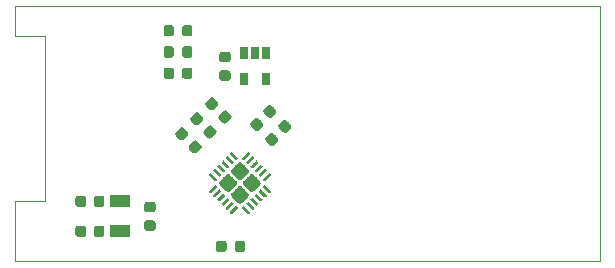
<source format=gbr>
G04 #@! TF.GenerationSoftware,KiCad,Pcbnew,(5.1.2)-1*
G04 #@! TF.CreationDate,2019-06-17T23:04:49-04:00*
G04 #@! TF.ProjectId,REV Type-C V2,52455620-5479-4706-952d-432056322e6b,rev?*
G04 #@! TF.SameCoordinates,Original*
G04 #@! TF.FileFunction,Paste,Top*
G04 #@! TF.FilePolarity,Positive*
%FSLAX46Y46*%
G04 Gerber Fmt 4.6, Leading zero omitted, Abs format (unit mm)*
G04 Created by KiCad (PCBNEW (5.1.2)-1) date 2019-06-17 23:04:49*
%MOMM*%
%LPD*%
G04 APERTURE LIST*
%ADD10C,0.050000*%
%ADD11C,0.100000*%
%ADD12C,0.875000*%
%ADD13C,0.250000*%
%ADD14C,1.210000*%
%ADD15R,0.650000X1.060000*%
%ADD16R,1.800000X1.000000*%
G04 APERTURE END LIST*
D10*
X55880000Y-22860000D02*
X95250000Y-22860000D01*
X57150000Y-44450000D02*
X95250000Y-44450000D01*
X53340000Y-44450000D02*
X57150000Y-44450000D01*
X53340000Y-22860000D02*
X55880000Y-22860000D01*
X53340000Y-25400000D02*
X53340000Y-22860000D01*
X55880000Y-25400000D02*
X53340000Y-25400000D01*
X55880000Y-39370000D02*
X55880000Y-25400000D01*
X53340000Y-39370000D02*
X55880000Y-39370000D01*
X53340000Y-44450000D02*
X53340000Y-39370000D01*
X102870000Y-44450000D02*
X95250000Y-44450000D01*
X102870000Y-22860000D02*
X102870000Y-44450000D01*
X95250000Y-22860000D02*
X102870000Y-22860000D01*
D11*
G36*
X68790977Y-31831528D02*
G01*
X68812212Y-31834678D01*
X68833036Y-31839894D01*
X68853248Y-31847126D01*
X68872654Y-31856305D01*
X68891067Y-31867341D01*
X68908310Y-31880129D01*
X68924216Y-31894545D01*
X69233575Y-32203904D01*
X69247991Y-32219810D01*
X69260779Y-32237053D01*
X69271815Y-32255466D01*
X69280994Y-32274872D01*
X69288226Y-32295084D01*
X69293442Y-32315908D01*
X69296592Y-32337143D01*
X69297645Y-32358584D01*
X69296592Y-32380025D01*
X69293442Y-32401260D01*
X69288226Y-32422084D01*
X69280994Y-32442296D01*
X69271815Y-32461702D01*
X69260779Y-32480115D01*
X69247991Y-32497358D01*
X69233575Y-32513264D01*
X68871182Y-32875657D01*
X68855276Y-32890073D01*
X68838033Y-32902861D01*
X68819620Y-32913897D01*
X68800214Y-32923076D01*
X68780002Y-32930308D01*
X68759178Y-32935524D01*
X68737943Y-32938674D01*
X68716502Y-32939727D01*
X68695061Y-32938674D01*
X68673826Y-32935524D01*
X68653002Y-32930308D01*
X68632790Y-32923076D01*
X68613384Y-32913897D01*
X68594971Y-32902861D01*
X68577728Y-32890073D01*
X68561822Y-32875657D01*
X68252463Y-32566298D01*
X68238047Y-32550392D01*
X68225259Y-32533149D01*
X68214223Y-32514736D01*
X68205044Y-32495330D01*
X68197812Y-32475118D01*
X68192596Y-32454294D01*
X68189446Y-32433059D01*
X68188393Y-32411618D01*
X68189446Y-32390177D01*
X68192596Y-32368942D01*
X68197812Y-32348118D01*
X68205044Y-32327906D01*
X68214223Y-32308500D01*
X68225259Y-32290087D01*
X68238047Y-32272844D01*
X68252463Y-32256938D01*
X68614856Y-31894545D01*
X68630762Y-31880129D01*
X68648005Y-31867341D01*
X68666418Y-31856305D01*
X68685824Y-31847126D01*
X68706036Y-31839894D01*
X68726860Y-31834678D01*
X68748095Y-31831528D01*
X68769536Y-31830475D01*
X68790977Y-31831528D01*
X68790977Y-31831528D01*
G37*
D12*
X68743019Y-32385101D03*
D11*
G36*
X69904671Y-32945222D02*
G01*
X69925906Y-32948372D01*
X69946730Y-32953588D01*
X69966942Y-32960820D01*
X69986348Y-32969999D01*
X70004761Y-32981035D01*
X70022004Y-32993823D01*
X70037910Y-33008239D01*
X70347269Y-33317598D01*
X70361685Y-33333504D01*
X70374473Y-33350747D01*
X70385509Y-33369160D01*
X70394688Y-33388566D01*
X70401920Y-33408778D01*
X70407136Y-33429602D01*
X70410286Y-33450837D01*
X70411339Y-33472278D01*
X70410286Y-33493719D01*
X70407136Y-33514954D01*
X70401920Y-33535778D01*
X70394688Y-33555990D01*
X70385509Y-33575396D01*
X70374473Y-33593809D01*
X70361685Y-33611052D01*
X70347269Y-33626958D01*
X69984876Y-33989351D01*
X69968970Y-34003767D01*
X69951727Y-34016555D01*
X69933314Y-34027591D01*
X69913908Y-34036770D01*
X69893696Y-34044002D01*
X69872872Y-34049218D01*
X69851637Y-34052368D01*
X69830196Y-34053421D01*
X69808755Y-34052368D01*
X69787520Y-34049218D01*
X69766696Y-34044002D01*
X69746484Y-34036770D01*
X69727078Y-34027591D01*
X69708665Y-34016555D01*
X69691422Y-34003767D01*
X69675516Y-33989351D01*
X69366157Y-33679992D01*
X69351741Y-33664086D01*
X69338953Y-33646843D01*
X69327917Y-33628430D01*
X69318738Y-33609024D01*
X69311506Y-33588812D01*
X69306290Y-33567988D01*
X69303140Y-33546753D01*
X69302087Y-33525312D01*
X69303140Y-33503871D01*
X69306290Y-33482636D01*
X69311506Y-33461812D01*
X69318738Y-33441600D01*
X69327917Y-33422194D01*
X69338953Y-33403781D01*
X69351741Y-33386538D01*
X69366157Y-33370632D01*
X69728550Y-33008239D01*
X69744456Y-32993823D01*
X69761699Y-32981035D01*
X69780112Y-32969999D01*
X69799518Y-32960820D01*
X69819730Y-32953588D01*
X69840554Y-32948372D01*
X69861789Y-32945222D01*
X69883230Y-32944169D01*
X69904671Y-32945222D01*
X69904671Y-32945222D01*
G37*
D12*
X69856713Y-33498795D03*
D11*
G36*
X70056698Y-30565807D02*
G01*
X70077933Y-30568957D01*
X70098757Y-30574173D01*
X70118969Y-30581405D01*
X70138375Y-30590584D01*
X70156788Y-30601620D01*
X70174031Y-30614408D01*
X70189937Y-30628824D01*
X70499296Y-30938183D01*
X70513712Y-30954089D01*
X70526500Y-30971332D01*
X70537536Y-30989745D01*
X70546715Y-31009151D01*
X70553947Y-31029363D01*
X70559163Y-31050187D01*
X70562313Y-31071422D01*
X70563366Y-31092863D01*
X70562313Y-31114304D01*
X70559163Y-31135539D01*
X70553947Y-31156363D01*
X70546715Y-31176575D01*
X70537536Y-31195981D01*
X70526500Y-31214394D01*
X70513712Y-31231637D01*
X70499296Y-31247543D01*
X70136903Y-31609936D01*
X70120997Y-31624352D01*
X70103754Y-31637140D01*
X70085341Y-31648176D01*
X70065935Y-31657355D01*
X70045723Y-31664587D01*
X70024899Y-31669803D01*
X70003664Y-31672953D01*
X69982223Y-31674006D01*
X69960782Y-31672953D01*
X69939547Y-31669803D01*
X69918723Y-31664587D01*
X69898511Y-31657355D01*
X69879105Y-31648176D01*
X69860692Y-31637140D01*
X69843449Y-31624352D01*
X69827543Y-31609936D01*
X69518184Y-31300577D01*
X69503768Y-31284671D01*
X69490980Y-31267428D01*
X69479944Y-31249015D01*
X69470765Y-31229609D01*
X69463533Y-31209397D01*
X69458317Y-31188573D01*
X69455167Y-31167338D01*
X69454114Y-31145897D01*
X69455167Y-31124456D01*
X69458317Y-31103221D01*
X69463533Y-31082397D01*
X69470765Y-31062185D01*
X69479944Y-31042779D01*
X69490980Y-31024366D01*
X69503768Y-31007123D01*
X69518184Y-30991217D01*
X69880577Y-30628824D01*
X69896483Y-30614408D01*
X69913726Y-30601620D01*
X69932139Y-30590584D01*
X69951545Y-30581405D01*
X69971757Y-30574173D01*
X69992581Y-30568957D01*
X70013816Y-30565807D01*
X70035257Y-30564754D01*
X70056698Y-30565807D01*
X70056698Y-30565807D01*
G37*
D12*
X70008740Y-31119380D03*
D11*
G36*
X71170392Y-31679501D02*
G01*
X71191627Y-31682651D01*
X71212451Y-31687867D01*
X71232663Y-31695099D01*
X71252069Y-31704278D01*
X71270482Y-31715314D01*
X71287725Y-31728102D01*
X71303631Y-31742518D01*
X71612990Y-32051877D01*
X71627406Y-32067783D01*
X71640194Y-32085026D01*
X71651230Y-32103439D01*
X71660409Y-32122845D01*
X71667641Y-32143057D01*
X71672857Y-32163881D01*
X71676007Y-32185116D01*
X71677060Y-32206557D01*
X71676007Y-32227998D01*
X71672857Y-32249233D01*
X71667641Y-32270057D01*
X71660409Y-32290269D01*
X71651230Y-32309675D01*
X71640194Y-32328088D01*
X71627406Y-32345331D01*
X71612990Y-32361237D01*
X71250597Y-32723630D01*
X71234691Y-32738046D01*
X71217448Y-32750834D01*
X71199035Y-32761870D01*
X71179629Y-32771049D01*
X71159417Y-32778281D01*
X71138593Y-32783497D01*
X71117358Y-32786647D01*
X71095917Y-32787700D01*
X71074476Y-32786647D01*
X71053241Y-32783497D01*
X71032417Y-32778281D01*
X71012205Y-32771049D01*
X70992799Y-32761870D01*
X70974386Y-32750834D01*
X70957143Y-32738046D01*
X70941237Y-32723630D01*
X70631878Y-32414271D01*
X70617462Y-32398365D01*
X70604674Y-32381122D01*
X70593638Y-32362709D01*
X70584459Y-32343303D01*
X70577227Y-32323091D01*
X70572011Y-32302267D01*
X70568861Y-32281032D01*
X70567808Y-32259591D01*
X70568861Y-32238150D01*
X70572011Y-32216915D01*
X70577227Y-32196091D01*
X70584459Y-32175879D01*
X70593638Y-32156473D01*
X70604674Y-32138060D01*
X70617462Y-32120817D01*
X70631878Y-32104911D01*
X70994271Y-31742518D01*
X71010177Y-31728102D01*
X71027420Y-31715314D01*
X71045833Y-31704278D01*
X71065239Y-31695099D01*
X71085451Y-31687867D01*
X71106275Y-31682651D01*
X71127510Y-31679501D01*
X71148951Y-31678448D01*
X71170392Y-31679501D01*
X71170392Y-31679501D01*
G37*
D12*
X71122434Y-32233074D03*
D11*
G36*
X72060251Y-39773004D02*
G01*
X72066318Y-39773904D01*
X72072268Y-39775394D01*
X72078043Y-39777461D01*
X72083587Y-39780083D01*
X72088848Y-39783236D01*
X72093775Y-39786890D01*
X72098319Y-39791009D01*
X72186707Y-39879397D01*
X72190826Y-39883941D01*
X72194480Y-39888868D01*
X72197633Y-39894129D01*
X72200255Y-39899673D01*
X72202322Y-39905448D01*
X72203812Y-39911398D01*
X72204712Y-39917465D01*
X72205013Y-39923591D01*
X72204712Y-39929717D01*
X72203812Y-39935784D01*
X72202322Y-39941734D01*
X72200255Y-39947509D01*
X72197633Y-39953053D01*
X72194480Y-39958314D01*
X72190826Y-39963241D01*
X72186707Y-39967785D01*
X71727087Y-40427405D01*
X71722543Y-40431524D01*
X71717616Y-40435178D01*
X71712355Y-40438331D01*
X71706811Y-40440953D01*
X71701036Y-40443020D01*
X71695086Y-40444510D01*
X71689019Y-40445410D01*
X71682893Y-40445711D01*
X71676767Y-40445410D01*
X71670700Y-40444510D01*
X71664750Y-40443020D01*
X71658975Y-40440953D01*
X71653431Y-40438331D01*
X71648170Y-40435178D01*
X71643243Y-40431524D01*
X71638699Y-40427405D01*
X71550311Y-40339017D01*
X71546192Y-40334473D01*
X71542538Y-40329546D01*
X71539385Y-40324285D01*
X71536763Y-40318741D01*
X71534696Y-40312966D01*
X71533206Y-40307016D01*
X71532306Y-40300949D01*
X71532005Y-40294823D01*
X71532306Y-40288697D01*
X71533206Y-40282630D01*
X71534696Y-40276680D01*
X71536763Y-40270905D01*
X71539385Y-40265361D01*
X71542538Y-40260100D01*
X71546192Y-40255173D01*
X71550311Y-40250629D01*
X72009931Y-39791009D01*
X72014475Y-39786890D01*
X72019402Y-39783236D01*
X72024663Y-39780083D01*
X72030207Y-39777461D01*
X72035982Y-39775394D01*
X72041932Y-39773904D01*
X72047999Y-39773004D01*
X72054125Y-39772703D01*
X72060251Y-39773004D01*
X72060251Y-39773004D01*
G37*
D13*
X71868509Y-40109207D03*
D11*
G36*
X71706697Y-39419451D02*
G01*
X71712764Y-39420351D01*
X71718714Y-39421841D01*
X71724489Y-39423908D01*
X71730033Y-39426530D01*
X71735294Y-39429683D01*
X71740221Y-39433337D01*
X71744765Y-39437456D01*
X71833153Y-39525844D01*
X71837272Y-39530388D01*
X71840926Y-39535315D01*
X71844079Y-39540576D01*
X71846701Y-39546120D01*
X71848768Y-39551895D01*
X71850258Y-39557845D01*
X71851158Y-39563912D01*
X71851459Y-39570038D01*
X71851158Y-39576164D01*
X71850258Y-39582231D01*
X71848768Y-39588181D01*
X71846701Y-39593956D01*
X71844079Y-39599500D01*
X71840926Y-39604761D01*
X71837272Y-39609688D01*
X71833153Y-39614232D01*
X71373533Y-40073852D01*
X71368989Y-40077971D01*
X71364062Y-40081625D01*
X71358801Y-40084778D01*
X71353257Y-40087400D01*
X71347482Y-40089467D01*
X71341532Y-40090957D01*
X71335465Y-40091857D01*
X71329339Y-40092158D01*
X71323213Y-40091857D01*
X71317146Y-40090957D01*
X71311196Y-40089467D01*
X71305421Y-40087400D01*
X71299877Y-40084778D01*
X71294616Y-40081625D01*
X71289689Y-40077971D01*
X71285145Y-40073852D01*
X71196757Y-39985464D01*
X71192638Y-39980920D01*
X71188984Y-39975993D01*
X71185831Y-39970732D01*
X71183209Y-39965188D01*
X71181142Y-39959413D01*
X71179652Y-39953463D01*
X71178752Y-39947396D01*
X71178451Y-39941270D01*
X71178752Y-39935144D01*
X71179652Y-39929077D01*
X71181142Y-39923127D01*
X71183209Y-39917352D01*
X71185831Y-39911808D01*
X71188984Y-39906547D01*
X71192638Y-39901620D01*
X71196757Y-39897076D01*
X71656377Y-39437456D01*
X71660921Y-39433337D01*
X71665848Y-39429683D01*
X71671109Y-39426530D01*
X71676653Y-39423908D01*
X71682428Y-39421841D01*
X71688378Y-39420351D01*
X71694445Y-39419451D01*
X71700571Y-39419150D01*
X71706697Y-39419451D01*
X71706697Y-39419451D01*
G37*
D13*
X71514955Y-39755654D03*
D11*
G36*
X71353144Y-39065897D02*
G01*
X71359211Y-39066797D01*
X71365161Y-39068287D01*
X71370936Y-39070354D01*
X71376480Y-39072976D01*
X71381741Y-39076129D01*
X71386668Y-39079783D01*
X71391212Y-39083902D01*
X71479600Y-39172290D01*
X71483719Y-39176834D01*
X71487373Y-39181761D01*
X71490526Y-39187022D01*
X71493148Y-39192566D01*
X71495215Y-39198341D01*
X71496705Y-39204291D01*
X71497605Y-39210358D01*
X71497906Y-39216484D01*
X71497605Y-39222610D01*
X71496705Y-39228677D01*
X71495215Y-39234627D01*
X71493148Y-39240402D01*
X71490526Y-39245946D01*
X71487373Y-39251207D01*
X71483719Y-39256134D01*
X71479600Y-39260678D01*
X71019980Y-39720298D01*
X71015436Y-39724417D01*
X71010509Y-39728071D01*
X71005248Y-39731224D01*
X70999704Y-39733846D01*
X70993929Y-39735913D01*
X70987979Y-39737403D01*
X70981912Y-39738303D01*
X70975786Y-39738604D01*
X70969660Y-39738303D01*
X70963593Y-39737403D01*
X70957643Y-39735913D01*
X70951868Y-39733846D01*
X70946324Y-39731224D01*
X70941063Y-39728071D01*
X70936136Y-39724417D01*
X70931592Y-39720298D01*
X70843204Y-39631910D01*
X70839085Y-39627366D01*
X70835431Y-39622439D01*
X70832278Y-39617178D01*
X70829656Y-39611634D01*
X70827589Y-39605859D01*
X70826099Y-39599909D01*
X70825199Y-39593842D01*
X70824898Y-39587716D01*
X70825199Y-39581590D01*
X70826099Y-39575523D01*
X70827589Y-39569573D01*
X70829656Y-39563798D01*
X70832278Y-39558254D01*
X70835431Y-39552993D01*
X70839085Y-39548066D01*
X70843204Y-39543522D01*
X71302824Y-39083902D01*
X71307368Y-39079783D01*
X71312295Y-39076129D01*
X71317556Y-39072976D01*
X71323100Y-39070354D01*
X71328875Y-39068287D01*
X71334825Y-39066797D01*
X71340892Y-39065897D01*
X71347018Y-39065596D01*
X71353144Y-39065897D01*
X71353144Y-39065897D01*
G37*
D13*
X71161402Y-39402100D03*
D11*
G36*
X70999591Y-38712344D02*
G01*
X71005658Y-38713244D01*
X71011608Y-38714734D01*
X71017383Y-38716801D01*
X71022927Y-38719423D01*
X71028188Y-38722576D01*
X71033115Y-38726230D01*
X71037659Y-38730349D01*
X71126047Y-38818737D01*
X71130166Y-38823281D01*
X71133820Y-38828208D01*
X71136973Y-38833469D01*
X71139595Y-38839013D01*
X71141662Y-38844788D01*
X71143152Y-38850738D01*
X71144052Y-38856805D01*
X71144353Y-38862931D01*
X71144052Y-38869057D01*
X71143152Y-38875124D01*
X71141662Y-38881074D01*
X71139595Y-38886849D01*
X71136973Y-38892393D01*
X71133820Y-38897654D01*
X71130166Y-38902581D01*
X71126047Y-38907125D01*
X70666427Y-39366745D01*
X70661883Y-39370864D01*
X70656956Y-39374518D01*
X70651695Y-39377671D01*
X70646151Y-39380293D01*
X70640376Y-39382360D01*
X70634426Y-39383850D01*
X70628359Y-39384750D01*
X70622233Y-39385051D01*
X70616107Y-39384750D01*
X70610040Y-39383850D01*
X70604090Y-39382360D01*
X70598315Y-39380293D01*
X70592771Y-39377671D01*
X70587510Y-39374518D01*
X70582583Y-39370864D01*
X70578039Y-39366745D01*
X70489651Y-39278357D01*
X70485532Y-39273813D01*
X70481878Y-39268886D01*
X70478725Y-39263625D01*
X70476103Y-39258081D01*
X70474036Y-39252306D01*
X70472546Y-39246356D01*
X70471646Y-39240289D01*
X70471345Y-39234163D01*
X70471646Y-39228037D01*
X70472546Y-39221970D01*
X70474036Y-39216020D01*
X70476103Y-39210245D01*
X70478725Y-39204701D01*
X70481878Y-39199440D01*
X70485532Y-39194513D01*
X70489651Y-39189969D01*
X70949271Y-38730349D01*
X70953815Y-38726230D01*
X70958742Y-38722576D01*
X70964003Y-38719423D01*
X70969547Y-38716801D01*
X70975322Y-38714734D01*
X70981272Y-38713244D01*
X70987339Y-38712344D01*
X70993465Y-38712043D01*
X70999591Y-38712344D01*
X70999591Y-38712344D01*
G37*
D13*
X70807849Y-39048547D03*
D11*
G36*
X70646037Y-38358791D02*
G01*
X70652104Y-38359691D01*
X70658054Y-38361181D01*
X70663829Y-38363248D01*
X70669373Y-38365870D01*
X70674634Y-38369023D01*
X70679561Y-38372677D01*
X70684105Y-38376796D01*
X70772493Y-38465184D01*
X70776612Y-38469728D01*
X70780266Y-38474655D01*
X70783419Y-38479916D01*
X70786041Y-38485460D01*
X70788108Y-38491235D01*
X70789598Y-38497185D01*
X70790498Y-38503252D01*
X70790799Y-38509378D01*
X70790498Y-38515504D01*
X70789598Y-38521571D01*
X70788108Y-38527521D01*
X70786041Y-38533296D01*
X70783419Y-38538840D01*
X70780266Y-38544101D01*
X70776612Y-38549028D01*
X70772493Y-38553572D01*
X70312873Y-39013192D01*
X70308329Y-39017311D01*
X70303402Y-39020965D01*
X70298141Y-39024118D01*
X70292597Y-39026740D01*
X70286822Y-39028807D01*
X70280872Y-39030297D01*
X70274805Y-39031197D01*
X70268679Y-39031498D01*
X70262553Y-39031197D01*
X70256486Y-39030297D01*
X70250536Y-39028807D01*
X70244761Y-39026740D01*
X70239217Y-39024118D01*
X70233956Y-39020965D01*
X70229029Y-39017311D01*
X70224485Y-39013192D01*
X70136097Y-38924804D01*
X70131978Y-38920260D01*
X70128324Y-38915333D01*
X70125171Y-38910072D01*
X70122549Y-38904528D01*
X70120482Y-38898753D01*
X70118992Y-38892803D01*
X70118092Y-38886736D01*
X70117791Y-38880610D01*
X70118092Y-38874484D01*
X70118992Y-38868417D01*
X70120482Y-38862467D01*
X70122549Y-38856692D01*
X70125171Y-38851148D01*
X70128324Y-38845887D01*
X70131978Y-38840960D01*
X70136097Y-38836416D01*
X70595717Y-38376796D01*
X70600261Y-38372677D01*
X70605188Y-38369023D01*
X70610449Y-38365870D01*
X70615993Y-38363248D01*
X70621768Y-38361181D01*
X70627718Y-38359691D01*
X70633785Y-38358791D01*
X70639911Y-38358490D01*
X70646037Y-38358791D01*
X70646037Y-38358791D01*
G37*
D13*
X70454295Y-38694994D03*
D11*
G36*
X70292484Y-38005237D02*
G01*
X70298551Y-38006137D01*
X70304501Y-38007627D01*
X70310276Y-38009694D01*
X70315820Y-38012316D01*
X70321081Y-38015469D01*
X70326008Y-38019123D01*
X70330552Y-38023242D01*
X70418940Y-38111630D01*
X70423059Y-38116174D01*
X70426713Y-38121101D01*
X70429866Y-38126362D01*
X70432488Y-38131906D01*
X70434555Y-38137681D01*
X70436045Y-38143631D01*
X70436945Y-38149698D01*
X70437246Y-38155824D01*
X70436945Y-38161950D01*
X70436045Y-38168017D01*
X70434555Y-38173967D01*
X70432488Y-38179742D01*
X70429866Y-38185286D01*
X70426713Y-38190547D01*
X70423059Y-38195474D01*
X70418940Y-38200018D01*
X69959320Y-38659638D01*
X69954776Y-38663757D01*
X69949849Y-38667411D01*
X69944588Y-38670564D01*
X69939044Y-38673186D01*
X69933269Y-38675253D01*
X69927319Y-38676743D01*
X69921252Y-38677643D01*
X69915126Y-38677944D01*
X69909000Y-38677643D01*
X69902933Y-38676743D01*
X69896983Y-38675253D01*
X69891208Y-38673186D01*
X69885664Y-38670564D01*
X69880403Y-38667411D01*
X69875476Y-38663757D01*
X69870932Y-38659638D01*
X69782544Y-38571250D01*
X69778425Y-38566706D01*
X69774771Y-38561779D01*
X69771618Y-38556518D01*
X69768996Y-38550974D01*
X69766929Y-38545199D01*
X69765439Y-38539249D01*
X69764539Y-38533182D01*
X69764238Y-38527056D01*
X69764539Y-38520930D01*
X69765439Y-38514863D01*
X69766929Y-38508913D01*
X69768996Y-38503138D01*
X69771618Y-38497594D01*
X69774771Y-38492333D01*
X69778425Y-38487406D01*
X69782544Y-38482862D01*
X70242164Y-38023242D01*
X70246708Y-38019123D01*
X70251635Y-38015469D01*
X70256896Y-38012316D01*
X70262440Y-38009694D01*
X70268215Y-38007627D01*
X70274165Y-38006137D01*
X70280232Y-38005237D01*
X70286358Y-38004936D01*
X70292484Y-38005237D01*
X70292484Y-38005237D01*
G37*
D13*
X70100742Y-38341440D03*
D11*
G36*
X69921252Y-36962255D02*
G01*
X69927319Y-36963155D01*
X69933269Y-36964645D01*
X69939044Y-36966712D01*
X69944588Y-36969334D01*
X69949849Y-36972487D01*
X69954776Y-36976141D01*
X69959320Y-36980260D01*
X70418940Y-37439880D01*
X70423059Y-37444424D01*
X70426713Y-37449351D01*
X70429866Y-37454612D01*
X70432488Y-37460156D01*
X70434555Y-37465931D01*
X70436045Y-37471881D01*
X70436945Y-37477948D01*
X70437246Y-37484074D01*
X70436945Y-37490200D01*
X70436045Y-37496267D01*
X70434555Y-37502217D01*
X70432488Y-37507992D01*
X70429866Y-37513536D01*
X70426713Y-37518797D01*
X70423059Y-37523724D01*
X70418940Y-37528268D01*
X70330552Y-37616656D01*
X70326008Y-37620775D01*
X70321081Y-37624429D01*
X70315820Y-37627582D01*
X70310276Y-37630204D01*
X70304501Y-37632271D01*
X70298551Y-37633761D01*
X70292484Y-37634661D01*
X70286358Y-37634962D01*
X70280232Y-37634661D01*
X70274165Y-37633761D01*
X70268215Y-37632271D01*
X70262440Y-37630204D01*
X70256896Y-37627582D01*
X70251635Y-37624429D01*
X70246708Y-37620775D01*
X70242164Y-37616656D01*
X69782544Y-37157036D01*
X69778425Y-37152492D01*
X69774771Y-37147565D01*
X69771618Y-37142304D01*
X69768996Y-37136760D01*
X69766929Y-37130985D01*
X69765439Y-37125035D01*
X69764539Y-37118968D01*
X69764238Y-37112842D01*
X69764539Y-37106716D01*
X69765439Y-37100649D01*
X69766929Y-37094699D01*
X69768996Y-37088924D01*
X69771618Y-37083380D01*
X69774771Y-37078119D01*
X69778425Y-37073192D01*
X69782544Y-37068648D01*
X69870932Y-36980260D01*
X69875476Y-36976141D01*
X69880403Y-36972487D01*
X69885664Y-36969334D01*
X69891208Y-36966712D01*
X69896983Y-36964645D01*
X69902933Y-36963155D01*
X69909000Y-36962255D01*
X69915126Y-36961954D01*
X69921252Y-36962255D01*
X69921252Y-36962255D01*
G37*
D13*
X70100742Y-37298458D03*
D11*
G36*
X70274805Y-36608701D02*
G01*
X70280872Y-36609601D01*
X70286822Y-36611091D01*
X70292597Y-36613158D01*
X70298141Y-36615780D01*
X70303402Y-36618933D01*
X70308329Y-36622587D01*
X70312873Y-36626706D01*
X70772493Y-37086326D01*
X70776612Y-37090870D01*
X70780266Y-37095797D01*
X70783419Y-37101058D01*
X70786041Y-37106602D01*
X70788108Y-37112377D01*
X70789598Y-37118327D01*
X70790498Y-37124394D01*
X70790799Y-37130520D01*
X70790498Y-37136646D01*
X70789598Y-37142713D01*
X70788108Y-37148663D01*
X70786041Y-37154438D01*
X70783419Y-37159982D01*
X70780266Y-37165243D01*
X70776612Y-37170170D01*
X70772493Y-37174714D01*
X70684105Y-37263102D01*
X70679561Y-37267221D01*
X70674634Y-37270875D01*
X70669373Y-37274028D01*
X70663829Y-37276650D01*
X70658054Y-37278717D01*
X70652104Y-37280207D01*
X70646037Y-37281107D01*
X70639911Y-37281408D01*
X70633785Y-37281107D01*
X70627718Y-37280207D01*
X70621768Y-37278717D01*
X70615993Y-37276650D01*
X70610449Y-37274028D01*
X70605188Y-37270875D01*
X70600261Y-37267221D01*
X70595717Y-37263102D01*
X70136097Y-36803482D01*
X70131978Y-36798938D01*
X70128324Y-36794011D01*
X70125171Y-36788750D01*
X70122549Y-36783206D01*
X70120482Y-36777431D01*
X70118992Y-36771481D01*
X70118092Y-36765414D01*
X70117791Y-36759288D01*
X70118092Y-36753162D01*
X70118992Y-36747095D01*
X70120482Y-36741145D01*
X70122549Y-36735370D01*
X70125171Y-36729826D01*
X70128324Y-36724565D01*
X70131978Y-36719638D01*
X70136097Y-36715094D01*
X70224485Y-36626706D01*
X70229029Y-36622587D01*
X70233956Y-36618933D01*
X70239217Y-36615780D01*
X70244761Y-36613158D01*
X70250536Y-36611091D01*
X70256486Y-36609601D01*
X70262553Y-36608701D01*
X70268679Y-36608400D01*
X70274805Y-36608701D01*
X70274805Y-36608701D01*
G37*
D13*
X70454295Y-36944904D03*
D11*
G36*
X70628359Y-36255148D02*
G01*
X70634426Y-36256048D01*
X70640376Y-36257538D01*
X70646151Y-36259605D01*
X70651695Y-36262227D01*
X70656956Y-36265380D01*
X70661883Y-36269034D01*
X70666427Y-36273153D01*
X71126047Y-36732773D01*
X71130166Y-36737317D01*
X71133820Y-36742244D01*
X71136973Y-36747505D01*
X71139595Y-36753049D01*
X71141662Y-36758824D01*
X71143152Y-36764774D01*
X71144052Y-36770841D01*
X71144353Y-36776967D01*
X71144052Y-36783093D01*
X71143152Y-36789160D01*
X71141662Y-36795110D01*
X71139595Y-36800885D01*
X71136973Y-36806429D01*
X71133820Y-36811690D01*
X71130166Y-36816617D01*
X71126047Y-36821161D01*
X71037659Y-36909549D01*
X71033115Y-36913668D01*
X71028188Y-36917322D01*
X71022927Y-36920475D01*
X71017383Y-36923097D01*
X71011608Y-36925164D01*
X71005658Y-36926654D01*
X70999591Y-36927554D01*
X70993465Y-36927855D01*
X70987339Y-36927554D01*
X70981272Y-36926654D01*
X70975322Y-36925164D01*
X70969547Y-36923097D01*
X70964003Y-36920475D01*
X70958742Y-36917322D01*
X70953815Y-36913668D01*
X70949271Y-36909549D01*
X70489651Y-36449929D01*
X70485532Y-36445385D01*
X70481878Y-36440458D01*
X70478725Y-36435197D01*
X70476103Y-36429653D01*
X70474036Y-36423878D01*
X70472546Y-36417928D01*
X70471646Y-36411861D01*
X70471345Y-36405735D01*
X70471646Y-36399609D01*
X70472546Y-36393542D01*
X70474036Y-36387592D01*
X70476103Y-36381817D01*
X70478725Y-36376273D01*
X70481878Y-36371012D01*
X70485532Y-36366085D01*
X70489651Y-36361541D01*
X70578039Y-36273153D01*
X70582583Y-36269034D01*
X70587510Y-36265380D01*
X70592771Y-36262227D01*
X70598315Y-36259605D01*
X70604090Y-36257538D01*
X70610040Y-36256048D01*
X70616107Y-36255148D01*
X70622233Y-36254847D01*
X70628359Y-36255148D01*
X70628359Y-36255148D01*
G37*
D13*
X70807849Y-36591351D03*
D11*
G36*
X70981912Y-35901595D02*
G01*
X70987979Y-35902495D01*
X70993929Y-35903985D01*
X70999704Y-35906052D01*
X71005248Y-35908674D01*
X71010509Y-35911827D01*
X71015436Y-35915481D01*
X71019980Y-35919600D01*
X71479600Y-36379220D01*
X71483719Y-36383764D01*
X71487373Y-36388691D01*
X71490526Y-36393952D01*
X71493148Y-36399496D01*
X71495215Y-36405271D01*
X71496705Y-36411221D01*
X71497605Y-36417288D01*
X71497906Y-36423414D01*
X71497605Y-36429540D01*
X71496705Y-36435607D01*
X71495215Y-36441557D01*
X71493148Y-36447332D01*
X71490526Y-36452876D01*
X71487373Y-36458137D01*
X71483719Y-36463064D01*
X71479600Y-36467608D01*
X71391212Y-36555996D01*
X71386668Y-36560115D01*
X71381741Y-36563769D01*
X71376480Y-36566922D01*
X71370936Y-36569544D01*
X71365161Y-36571611D01*
X71359211Y-36573101D01*
X71353144Y-36574001D01*
X71347018Y-36574302D01*
X71340892Y-36574001D01*
X71334825Y-36573101D01*
X71328875Y-36571611D01*
X71323100Y-36569544D01*
X71317556Y-36566922D01*
X71312295Y-36563769D01*
X71307368Y-36560115D01*
X71302824Y-36555996D01*
X70843204Y-36096376D01*
X70839085Y-36091832D01*
X70835431Y-36086905D01*
X70832278Y-36081644D01*
X70829656Y-36076100D01*
X70827589Y-36070325D01*
X70826099Y-36064375D01*
X70825199Y-36058308D01*
X70824898Y-36052182D01*
X70825199Y-36046056D01*
X70826099Y-36039989D01*
X70827589Y-36034039D01*
X70829656Y-36028264D01*
X70832278Y-36022720D01*
X70835431Y-36017459D01*
X70839085Y-36012532D01*
X70843204Y-36007988D01*
X70931592Y-35919600D01*
X70936136Y-35915481D01*
X70941063Y-35911827D01*
X70946324Y-35908674D01*
X70951868Y-35906052D01*
X70957643Y-35903985D01*
X70963593Y-35902495D01*
X70969660Y-35901595D01*
X70975786Y-35901294D01*
X70981912Y-35901595D01*
X70981912Y-35901595D01*
G37*
D13*
X71161402Y-36237798D03*
D11*
G36*
X71335465Y-35548041D02*
G01*
X71341532Y-35548941D01*
X71347482Y-35550431D01*
X71353257Y-35552498D01*
X71358801Y-35555120D01*
X71364062Y-35558273D01*
X71368989Y-35561927D01*
X71373533Y-35566046D01*
X71833153Y-36025666D01*
X71837272Y-36030210D01*
X71840926Y-36035137D01*
X71844079Y-36040398D01*
X71846701Y-36045942D01*
X71848768Y-36051717D01*
X71850258Y-36057667D01*
X71851158Y-36063734D01*
X71851459Y-36069860D01*
X71851158Y-36075986D01*
X71850258Y-36082053D01*
X71848768Y-36088003D01*
X71846701Y-36093778D01*
X71844079Y-36099322D01*
X71840926Y-36104583D01*
X71837272Y-36109510D01*
X71833153Y-36114054D01*
X71744765Y-36202442D01*
X71740221Y-36206561D01*
X71735294Y-36210215D01*
X71730033Y-36213368D01*
X71724489Y-36215990D01*
X71718714Y-36218057D01*
X71712764Y-36219547D01*
X71706697Y-36220447D01*
X71700571Y-36220748D01*
X71694445Y-36220447D01*
X71688378Y-36219547D01*
X71682428Y-36218057D01*
X71676653Y-36215990D01*
X71671109Y-36213368D01*
X71665848Y-36210215D01*
X71660921Y-36206561D01*
X71656377Y-36202442D01*
X71196757Y-35742822D01*
X71192638Y-35738278D01*
X71188984Y-35733351D01*
X71185831Y-35728090D01*
X71183209Y-35722546D01*
X71181142Y-35716771D01*
X71179652Y-35710821D01*
X71178752Y-35704754D01*
X71178451Y-35698628D01*
X71178752Y-35692502D01*
X71179652Y-35686435D01*
X71181142Y-35680485D01*
X71183209Y-35674710D01*
X71185831Y-35669166D01*
X71188984Y-35663905D01*
X71192638Y-35658978D01*
X71196757Y-35654434D01*
X71285145Y-35566046D01*
X71289689Y-35561927D01*
X71294616Y-35558273D01*
X71299877Y-35555120D01*
X71305421Y-35552498D01*
X71311196Y-35550431D01*
X71317146Y-35548941D01*
X71323213Y-35548041D01*
X71329339Y-35547740D01*
X71335465Y-35548041D01*
X71335465Y-35548041D01*
G37*
D13*
X71514955Y-35884244D03*
D11*
G36*
X71689019Y-35194488D02*
G01*
X71695086Y-35195388D01*
X71701036Y-35196878D01*
X71706811Y-35198945D01*
X71712355Y-35201567D01*
X71717616Y-35204720D01*
X71722543Y-35208374D01*
X71727087Y-35212493D01*
X72186707Y-35672113D01*
X72190826Y-35676657D01*
X72194480Y-35681584D01*
X72197633Y-35686845D01*
X72200255Y-35692389D01*
X72202322Y-35698164D01*
X72203812Y-35704114D01*
X72204712Y-35710181D01*
X72205013Y-35716307D01*
X72204712Y-35722433D01*
X72203812Y-35728500D01*
X72202322Y-35734450D01*
X72200255Y-35740225D01*
X72197633Y-35745769D01*
X72194480Y-35751030D01*
X72190826Y-35755957D01*
X72186707Y-35760501D01*
X72098319Y-35848889D01*
X72093775Y-35853008D01*
X72088848Y-35856662D01*
X72083587Y-35859815D01*
X72078043Y-35862437D01*
X72072268Y-35864504D01*
X72066318Y-35865994D01*
X72060251Y-35866894D01*
X72054125Y-35867195D01*
X72047999Y-35866894D01*
X72041932Y-35865994D01*
X72035982Y-35864504D01*
X72030207Y-35862437D01*
X72024663Y-35859815D01*
X72019402Y-35856662D01*
X72014475Y-35853008D01*
X72009931Y-35848889D01*
X71550311Y-35389269D01*
X71546192Y-35384725D01*
X71542538Y-35379798D01*
X71539385Y-35374537D01*
X71536763Y-35368993D01*
X71534696Y-35363218D01*
X71533206Y-35357268D01*
X71532306Y-35351201D01*
X71532005Y-35345075D01*
X71532306Y-35338949D01*
X71533206Y-35332882D01*
X71534696Y-35326932D01*
X71536763Y-35321157D01*
X71539385Y-35315613D01*
X71542538Y-35310352D01*
X71546192Y-35305425D01*
X71550311Y-35300881D01*
X71638699Y-35212493D01*
X71643243Y-35208374D01*
X71648170Y-35204720D01*
X71653431Y-35201567D01*
X71658975Y-35198945D01*
X71664750Y-35196878D01*
X71670700Y-35195388D01*
X71676767Y-35194488D01*
X71682893Y-35194187D01*
X71689019Y-35194488D01*
X71689019Y-35194488D01*
G37*
D13*
X71868509Y-35530691D03*
D11*
G36*
X73103233Y-35194488D02*
G01*
X73109300Y-35195388D01*
X73115250Y-35196878D01*
X73121025Y-35198945D01*
X73126569Y-35201567D01*
X73131830Y-35204720D01*
X73136757Y-35208374D01*
X73141301Y-35212493D01*
X73229689Y-35300881D01*
X73233808Y-35305425D01*
X73237462Y-35310352D01*
X73240615Y-35315613D01*
X73243237Y-35321157D01*
X73245304Y-35326932D01*
X73246794Y-35332882D01*
X73247694Y-35338949D01*
X73247995Y-35345075D01*
X73247694Y-35351201D01*
X73246794Y-35357268D01*
X73245304Y-35363218D01*
X73243237Y-35368993D01*
X73240615Y-35374537D01*
X73237462Y-35379798D01*
X73233808Y-35384725D01*
X73229689Y-35389269D01*
X72770069Y-35848889D01*
X72765525Y-35853008D01*
X72760598Y-35856662D01*
X72755337Y-35859815D01*
X72749793Y-35862437D01*
X72744018Y-35864504D01*
X72738068Y-35865994D01*
X72732001Y-35866894D01*
X72725875Y-35867195D01*
X72719749Y-35866894D01*
X72713682Y-35865994D01*
X72707732Y-35864504D01*
X72701957Y-35862437D01*
X72696413Y-35859815D01*
X72691152Y-35856662D01*
X72686225Y-35853008D01*
X72681681Y-35848889D01*
X72593293Y-35760501D01*
X72589174Y-35755957D01*
X72585520Y-35751030D01*
X72582367Y-35745769D01*
X72579745Y-35740225D01*
X72577678Y-35734450D01*
X72576188Y-35728500D01*
X72575288Y-35722433D01*
X72574987Y-35716307D01*
X72575288Y-35710181D01*
X72576188Y-35704114D01*
X72577678Y-35698164D01*
X72579745Y-35692389D01*
X72582367Y-35686845D01*
X72585520Y-35681584D01*
X72589174Y-35676657D01*
X72593293Y-35672113D01*
X73052913Y-35212493D01*
X73057457Y-35208374D01*
X73062384Y-35204720D01*
X73067645Y-35201567D01*
X73073189Y-35198945D01*
X73078964Y-35196878D01*
X73084914Y-35195388D01*
X73090981Y-35194488D01*
X73097107Y-35194187D01*
X73103233Y-35194488D01*
X73103233Y-35194488D01*
G37*
D13*
X72911491Y-35530691D03*
D11*
G36*
X73456787Y-35548041D02*
G01*
X73462854Y-35548941D01*
X73468804Y-35550431D01*
X73474579Y-35552498D01*
X73480123Y-35555120D01*
X73485384Y-35558273D01*
X73490311Y-35561927D01*
X73494855Y-35566046D01*
X73583243Y-35654434D01*
X73587362Y-35658978D01*
X73591016Y-35663905D01*
X73594169Y-35669166D01*
X73596791Y-35674710D01*
X73598858Y-35680485D01*
X73600348Y-35686435D01*
X73601248Y-35692502D01*
X73601549Y-35698628D01*
X73601248Y-35704754D01*
X73600348Y-35710821D01*
X73598858Y-35716771D01*
X73596791Y-35722546D01*
X73594169Y-35728090D01*
X73591016Y-35733351D01*
X73587362Y-35738278D01*
X73583243Y-35742822D01*
X73123623Y-36202442D01*
X73119079Y-36206561D01*
X73114152Y-36210215D01*
X73108891Y-36213368D01*
X73103347Y-36215990D01*
X73097572Y-36218057D01*
X73091622Y-36219547D01*
X73085555Y-36220447D01*
X73079429Y-36220748D01*
X73073303Y-36220447D01*
X73067236Y-36219547D01*
X73061286Y-36218057D01*
X73055511Y-36215990D01*
X73049967Y-36213368D01*
X73044706Y-36210215D01*
X73039779Y-36206561D01*
X73035235Y-36202442D01*
X72946847Y-36114054D01*
X72942728Y-36109510D01*
X72939074Y-36104583D01*
X72935921Y-36099322D01*
X72933299Y-36093778D01*
X72931232Y-36088003D01*
X72929742Y-36082053D01*
X72928842Y-36075986D01*
X72928541Y-36069860D01*
X72928842Y-36063734D01*
X72929742Y-36057667D01*
X72931232Y-36051717D01*
X72933299Y-36045942D01*
X72935921Y-36040398D01*
X72939074Y-36035137D01*
X72942728Y-36030210D01*
X72946847Y-36025666D01*
X73406467Y-35566046D01*
X73411011Y-35561927D01*
X73415938Y-35558273D01*
X73421199Y-35555120D01*
X73426743Y-35552498D01*
X73432518Y-35550431D01*
X73438468Y-35548941D01*
X73444535Y-35548041D01*
X73450661Y-35547740D01*
X73456787Y-35548041D01*
X73456787Y-35548041D01*
G37*
D13*
X73265045Y-35884244D03*
D11*
G36*
X73810340Y-35901595D02*
G01*
X73816407Y-35902495D01*
X73822357Y-35903985D01*
X73828132Y-35906052D01*
X73833676Y-35908674D01*
X73838937Y-35911827D01*
X73843864Y-35915481D01*
X73848408Y-35919600D01*
X73936796Y-36007988D01*
X73940915Y-36012532D01*
X73944569Y-36017459D01*
X73947722Y-36022720D01*
X73950344Y-36028264D01*
X73952411Y-36034039D01*
X73953901Y-36039989D01*
X73954801Y-36046056D01*
X73955102Y-36052182D01*
X73954801Y-36058308D01*
X73953901Y-36064375D01*
X73952411Y-36070325D01*
X73950344Y-36076100D01*
X73947722Y-36081644D01*
X73944569Y-36086905D01*
X73940915Y-36091832D01*
X73936796Y-36096376D01*
X73477176Y-36555996D01*
X73472632Y-36560115D01*
X73467705Y-36563769D01*
X73462444Y-36566922D01*
X73456900Y-36569544D01*
X73451125Y-36571611D01*
X73445175Y-36573101D01*
X73439108Y-36574001D01*
X73432982Y-36574302D01*
X73426856Y-36574001D01*
X73420789Y-36573101D01*
X73414839Y-36571611D01*
X73409064Y-36569544D01*
X73403520Y-36566922D01*
X73398259Y-36563769D01*
X73393332Y-36560115D01*
X73388788Y-36555996D01*
X73300400Y-36467608D01*
X73296281Y-36463064D01*
X73292627Y-36458137D01*
X73289474Y-36452876D01*
X73286852Y-36447332D01*
X73284785Y-36441557D01*
X73283295Y-36435607D01*
X73282395Y-36429540D01*
X73282094Y-36423414D01*
X73282395Y-36417288D01*
X73283295Y-36411221D01*
X73284785Y-36405271D01*
X73286852Y-36399496D01*
X73289474Y-36393952D01*
X73292627Y-36388691D01*
X73296281Y-36383764D01*
X73300400Y-36379220D01*
X73760020Y-35919600D01*
X73764564Y-35915481D01*
X73769491Y-35911827D01*
X73774752Y-35908674D01*
X73780296Y-35906052D01*
X73786071Y-35903985D01*
X73792021Y-35902495D01*
X73798088Y-35901595D01*
X73804214Y-35901294D01*
X73810340Y-35901595D01*
X73810340Y-35901595D01*
G37*
D13*
X73618598Y-36237798D03*
D11*
G36*
X74163893Y-36255148D02*
G01*
X74169960Y-36256048D01*
X74175910Y-36257538D01*
X74181685Y-36259605D01*
X74187229Y-36262227D01*
X74192490Y-36265380D01*
X74197417Y-36269034D01*
X74201961Y-36273153D01*
X74290349Y-36361541D01*
X74294468Y-36366085D01*
X74298122Y-36371012D01*
X74301275Y-36376273D01*
X74303897Y-36381817D01*
X74305964Y-36387592D01*
X74307454Y-36393542D01*
X74308354Y-36399609D01*
X74308655Y-36405735D01*
X74308354Y-36411861D01*
X74307454Y-36417928D01*
X74305964Y-36423878D01*
X74303897Y-36429653D01*
X74301275Y-36435197D01*
X74298122Y-36440458D01*
X74294468Y-36445385D01*
X74290349Y-36449929D01*
X73830729Y-36909549D01*
X73826185Y-36913668D01*
X73821258Y-36917322D01*
X73815997Y-36920475D01*
X73810453Y-36923097D01*
X73804678Y-36925164D01*
X73798728Y-36926654D01*
X73792661Y-36927554D01*
X73786535Y-36927855D01*
X73780409Y-36927554D01*
X73774342Y-36926654D01*
X73768392Y-36925164D01*
X73762617Y-36923097D01*
X73757073Y-36920475D01*
X73751812Y-36917322D01*
X73746885Y-36913668D01*
X73742341Y-36909549D01*
X73653953Y-36821161D01*
X73649834Y-36816617D01*
X73646180Y-36811690D01*
X73643027Y-36806429D01*
X73640405Y-36800885D01*
X73638338Y-36795110D01*
X73636848Y-36789160D01*
X73635948Y-36783093D01*
X73635647Y-36776967D01*
X73635948Y-36770841D01*
X73636848Y-36764774D01*
X73638338Y-36758824D01*
X73640405Y-36753049D01*
X73643027Y-36747505D01*
X73646180Y-36742244D01*
X73649834Y-36737317D01*
X73653953Y-36732773D01*
X74113573Y-36273153D01*
X74118117Y-36269034D01*
X74123044Y-36265380D01*
X74128305Y-36262227D01*
X74133849Y-36259605D01*
X74139624Y-36257538D01*
X74145574Y-36256048D01*
X74151641Y-36255148D01*
X74157767Y-36254847D01*
X74163893Y-36255148D01*
X74163893Y-36255148D01*
G37*
D13*
X73972151Y-36591351D03*
D11*
G36*
X74517447Y-36608701D02*
G01*
X74523514Y-36609601D01*
X74529464Y-36611091D01*
X74535239Y-36613158D01*
X74540783Y-36615780D01*
X74546044Y-36618933D01*
X74550971Y-36622587D01*
X74555515Y-36626706D01*
X74643903Y-36715094D01*
X74648022Y-36719638D01*
X74651676Y-36724565D01*
X74654829Y-36729826D01*
X74657451Y-36735370D01*
X74659518Y-36741145D01*
X74661008Y-36747095D01*
X74661908Y-36753162D01*
X74662209Y-36759288D01*
X74661908Y-36765414D01*
X74661008Y-36771481D01*
X74659518Y-36777431D01*
X74657451Y-36783206D01*
X74654829Y-36788750D01*
X74651676Y-36794011D01*
X74648022Y-36798938D01*
X74643903Y-36803482D01*
X74184283Y-37263102D01*
X74179739Y-37267221D01*
X74174812Y-37270875D01*
X74169551Y-37274028D01*
X74164007Y-37276650D01*
X74158232Y-37278717D01*
X74152282Y-37280207D01*
X74146215Y-37281107D01*
X74140089Y-37281408D01*
X74133963Y-37281107D01*
X74127896Y-37280207D01*
X74121946Y-37278717D01*
X74116171Y-37276650D01*
X74110627Y-37274028D01*
X74105366Y-37270875D01*
X74100439Y-37267221D01*
X74095895Y-37263102D01*
X74007507Y-37174714D01*
X74003388Y-37170170D01*
X73999734Y-37165243D01*
X73996581Y-37159982D01*
X73993959Y-37154438D01*
X73991892Y-37148663D01*
X73990402Y-37142713D01*
X73989502Y-37136646D01*
X73989201Y-37130520D01*
X73989502Y-37124394D01*
X73990402Y-37118327D01*
X73991892Y-37112377D01*
X73993959Y-37106602D01*
X73996581Y-37101058D01*
X73999734Y-37095797D01*
X74003388Y-37090870D01*
X74007507Y-37086326D01*
X74467127Y-36626706D01*
X74471671Y-36622587D01*
X74476598Y-36618933D01*
X74481859Y-36615780D01*
X74487403Y-36613158D01*
X74493178Y-36611091D01*
X74499128Y-36609601D01*
X74505195Y-36608701D01*
X74511321Y-36608400D01*
X74517447Y-36608701D01*
X74517447Y-36608701D01*
G37*
D13*
X74325705Y-36944904D03*
D11*
G36*
X74871000Y-36962255D02*
G01*
X74877067Y-36963155D01*
X74883017Y-36964645D01*
X74888792Y-36966712D01*
X74894336Y-36969334D01*
X74899597Y-36972487D01*
X74904524Y-36976141D01*
X74909068Y-36980260D01*
X74997456Y-37068648D01*
X75001575Y-37073192D01*
X75005229Y-37078119D01*
X75008382Y-37083380D01*
X75011004Y-37088924D01*
X75013071Y-37094699D01*
X75014561Y-37100649D01*
X75015461Y-37106716D01*
X75015762Y-37112842D01*
X75015461Y-37118968D01*
X75014561Y-37125035D01*
X75013071Y-37130985D01*
X75011004Y-37136760D01*
X75008382Y-37142304D01*
X75005229Y-37147565D01*
X75001575Y-37152492D01*
X74997456Y-37157036D01*
X74537836Y-37616656D01*
X74533292Y-37620775D01*
X74528365Y-37624429D01*
X74523104Y-37627582D01*
X74517560Y-37630204D01*
X74511785Y-37632271D01*
X74505835Y-37633761D01*
X74499768Y-37634661D01*
X74493642Y-37634962D01*
X74487516Y-37634661D01*
X74481449Y-37633761D01*
X74475499Y-37632271D01*
X74469724Y-37630204D01*
X74464180Y-37627582D01*
X74458919Y-37624429D01*
X74453992Y-37620775D01*
X74449448Y-37616656D01*
X74361060Y-37528268D01*
X74356941Y-37523724D01*
X74353287Y-37518797D01*
X74350134Y-37513536D01*
X74347512Y-37507992D01*
X74345445Y-37502217D01*
X74343955Y-37496267D01*
X74343055Y-37490200D01*
X74342754Y-37484074D01*
X74343055Y-37477948D01*
X74343955Y-37471881D01*
X74345445Y-37465931D01*
X74347512Y-37460156D01*
X74350134Y-37454612D01*
X74353287Y-37449351D01*
X74356941Y-37444424D01*
X74361060Y-37439880D01*
X74820680Y-36980260D01*
X74825224Y-36976141D01*
X74830151Y-36972487D01*
X74835412Y-36969334D01*
X74840956Y-36966712D01*
X74846731Y-36964645D01*
X74852681Y-36963155D01*
X74858748Y-36962255D01*
X74864874Y-36961954D01*
X74871000Y-36962255D01*
X74871000Y-36962255D01*
G37*
D13*
X74679258Y-37298458D03*
D11*
G36*
X74499768Y-38005237D02*
G01*
X74505835Y-38006137D01*
X74511785Y-38007627D01*
X74517560Y-38009694D01*
X74523104Y-38012316D01*
X74528365Y-38015469D01*
X74533292Y-38019123D01*
X74537836Y-38023242D01*
X74997456Y-38482862D01*
X75001575Y-38487406D01*
X75005229Y-38492333D01*
X75008382Y-38497594D01*
X75011004Y-38503138D01*
X75013071Y-38508913D01*
X75014561Y-38514863D01*
X75015461Y-38520930D01*
X75015762Y-38527056D01*
X75015461Y-38533182D01*
X75014561Y-38539249D01*
X75013071Y-38545199D01*
X75011004Y-38550974D01*
X75008382Y-38556518D01*
X75005229Y-38561779D01*
X75001575Y-38566706D01*
X74997456Y-38571250D01*
X74909068Y-38659638D01*
X74904524Y-38663757D01*
X74899597Y-38667411D01*
X74894336Y-38670564D01*
X74888792Y-38673186D01*
X74883017Y-38675253D01*
X74877067Y-38676743D01*
X74871000Y-38677643D01*
X74864874Y-38677944D01*
X74858748Y-38677643D01*
X74852681Y-38676743D01*
X74846731Y-38675253D01*
X74840956Y-38673186D01*
X74835412Y-38670564D01*
X74830151Y-38667411D01*
X74825224Y-38663757D01*
X74820680Y-38659638D01*
X74361060Y-38200018D01*
X74356941Y-38195474D01*
X74353287Y-38190547D01*
X74350134Y-38185286D01*
X74347512Y-38179742D01*
X74345445Y-38173967D01*
X74343955Y-38168017D01*
X74343055Y-38161950D01*
X74342754Y-38155824D01*
X74343055Y-38149698D01*
X74343955Y-38143631D01*
X74345445Y-38137681D01*
X74347512Y-38131906D01*
X74350134Y-38126362D01*
X74353287Y-38121101D01*
X74356941Y-38116174D01*
X74361060Y-38111630D01*
X74449448Y-38023242D01*
X74453992Y-38019123D01*
X74458919Y-38015469D01*
X74464180Y-38012316D01*
X74469724Y-38009694D01*
X74475499Y-38007627D01*
X74481449Y-38006137D01*
X74487516Y-38005237D01*
X74493642Y-38004936D01*
X74499768Y-38005237D01*
X74499768Y-38005237D01*
G37*
D13*
X74679258Y-38341440D03*
D11*
G36*
X74146215Y-38358791D02*
G01*
X74152282Y-38359691D01*
X74158232Y-38361181D01*
X74164007Y-38363248D01*
X74169551Y-38365870D01*
X74174812Y-38369023D01*
X74179739Y-38372677D01*
X74184283Y-38376796D01*
X74643903Y-38836416D01*
X74648022Y-38840960D01*
X74651676Y-38845887D01*
X74654829Y-38851148D01*
X74657451Y-38856692D01*
X74659518Y-38862467D01*
X74661008Y-38868417D01*
X74661908Y-38874484D01*
X74662209Y-38880610D01*
X74661908Y-38886736D01*
X74661008Y-38892803D01*
X74659518Y-38898753D01*
X74657451Y-38904528D01*
X74654829Y-38910072D01*
X74651676Y-38915333D01*
X74648022Y-38920260D01*
X74643903Y-38924804D01*
X74555515Y-39013192D01*
X74550971Y-39017311D01*
X74546044Y-39020965D01*
X74540783Y-39024118D01*
X74535239Y-39026740D01*
X74529464Y-39028807D01*
X74523514Y-39030297D01*
X74517447Y-39031197D01*
X74511321Y-39031498D01*
X74505195Y-39031197D01*
X74499128Y-39030297D01*
X74493178Y-39028807D01*
X74487403Y-39026740D01*
X74481859Y-39024118D01*
X74476598Y-39020965D01*
X74471671Y-39017311D01*
X74467127Y-39013192D01*
X74007507Y-38553572D01*
X74003388Y-38549028D01*
X73999734Y-38544101D01*
X73996581Y-38538840D01*
X73993959Y-38533296D01*
X73991892Y-38527521D01*
X73990402Y-38521571D01*
X73989502Y-38515504D01*
X73989201Y-38509378D01*
X73989502Y-38503252D01*
X73990402Y-38497185D01*
X73991892Y-38491235D01*
X73993959Y-38485460D01*
X73996581Y-38479916D01*
X73999734Y-38474655D01*
X74003388Y-38469728D01*
X74007507Y-38465184D01*
X74095895Y-38376796D01*
X74100439Y-38372677D01*
X74105366Y-38369023D01*
X74110627Y-38365870D01*
X74116171Y-38363248D01*
X74121946Y-38361181D01*
X74127896Y-38359691D01*
X74133963Y-38358791D01*
X74140089Y-38358490D01*
X74146215Y-38358791D01*
X74146215Y-38358791D01*
G37*
D13*
X74325705Y-38694994D03*
D11*
G36*
X73792661Y-38712344D02*
G01*
X73798728Y-38713244D01*
X73804678Y-38714734D01*
X73810453Y-38716801D01*
X73815997Y-38719423D01*
X73821258Y-38722576D01*
X73826185Y-38726230D01*
X73830729Y-38730349D01*
X74290349Y-39189969D01*
X74294468Y-39194513D01*
X74298122Y-39199440D01*
X74301275Y-39204701D01*
X74303897Y-39210245D01*
X74305964Y-39216020D01*
X74307454Y-39221970D01*
X74308354Y-39228037D01*
X74308655Y-39234163D01*
X74308354Y-39240289D01*
X74307454Y-39246356D01*
X74305964Y-39252306D01*
X74303897Y-39258081D01*
X74301275Y-39263625D01*
X74298122Y-39268886D01*
X74294468Y-39273813D01*
X74290349Y-39278357D01*
X74201961Y-39366745D01*
X74197417Y-39370864D01*
X74192490Y-39374518D01*
X74187229Y-39377671D01*
X74181685Y-39380293D01*
X74175910Y-39382360D01*
X74169960Y-39383850D01*
X74163893Y-39384750D01*
X74157767Y-39385051D01*
X74151641Y-39384750D01*
X74145574Y-39383850D01*
X74139624Y-39382360D01*
X74133849Y-39380293D01*
X74128305Y-39377671D01*
X74123044Y-39374518D01*
X74118117Y-39370864D01*
X74113573Y-39366745D01*
X73653953Y-38907125D01*
X73649834Y-38902581D01*
X73646180Y-38897654D01*
X73643027Y-38892393D01*
X73640405Y-38886849D01*
X73638338Y-38881074D01*
X73636848Y-38875124D01*
X73635948Y-38869057D01*
X73635647Y-38862931D01*
X73635948Y-38856805D01*
X73636848Y-38850738D01*
X73638338Y-38844788D01*
X73640405Y-38839013D01*
X73643027Y-38833469D01*
X73646180Y-38828208D01*
X73649834Y-38823281D01*
X73653953Y-38818737D01*
X73742341Y-38730349D01*
X73746885Y-38726230D01*
X73751812Y-38722576D01*
X73757073Y-38719423D01*
X73762617Y-38716801D01*
X73768392Y-38714734D01*
X73774342Y-38713244D01*
X73780409Y-38712344D01*
X73786535Y-38712043D01*
X73792661Y-38712344D01*
X73792661Y-38712344D01*
G37*
D13*
X73972151Y-39048547D03*
D11*
G36*
X73439108Y-39065897D02*
G01*
X73445175Y-39066797D01*
X73451125Y-39068287D01*
X73456900Y-39070354D01*
X73462444Y-39072976D01*
X73467705Y-39076129D01*
X73472632Y-39079783D01*
X73477176Y-39083902D01*
X73936796Y-39543522D01*
X73940915Y-39548066D01*
X73944569Y-39552993D01*
X73947722Y-39558254D01*
X73950344Y-39563798D01*
X73952411Y-39569573D01*
X73953901Y-39575523D01*
X73954801Y-39581590D01*
X73955102Y-39587716D01*
X73954801Y-39593842D01*
X73953901Y-39599909D01*
X73952411Y-39605859D01*
X73950344Y-39611634D01*
X73947722Y-39617178D01*
X73944569Y-39622439D01*
X73940915Y-39627366D01*
X73936796Y-39631910D01*
X73848408Y-39720298D01*
X73843864Y-39724417D01*
X73838937Y-39728071D01*
X73833676Y-39731224D01*
X73828132Y-39733846D01*
X73822357Y-39735913D01*
X73816407Y-39737403D01*
X73810340Y-39738303D01*
X73804214Y-39738604D01*
X73798088Y-39738303D01*
X73792021Y-39737403D01*
X73786071Y-39735913D01*
X73780296Y-39733846D01*
X73774752Y-39731224D01*
X73769491Y-39728071D01*
X73764564Y-39724417D01*
X73760020Y-39720298D01*
X73300400Y-39260678D01*
X73296281Y-39256134D01*
X73292627Y-39251207D01*
X73289474Y-39245946D01*
X73286852Y-39240402D01*
X73284785Y-39234627D01*
X73283295Y-39228677D01*
X73282395Y-39222610D01*
X73282094Y-39216484D01*
X73282395Y-39210358D01*
X73283295Y-39204291D01*
X73284785Y-39198341D01*
X73286852Y-39192566D01*
X73289474Y-39187022D01*
X73292627Y-39181761D01*
X73296281Y-39176834D01*
X73300400Y-39172290D01*
X73388788Y-39083902D01*
X73393332Y-39079783D01*
X73398259Y-39076129D01*
X73403520Y-39072976D01*
X73409064Y-39070354D01*
X73414839Y-39068287D01*
X73420789Y-39066797D01*
X73426856Y-39065897D01*
X73432982Y-39065596D01*
X73439108Y-39065897D01*
X73439108Y-39065897D01*
G37*
D13*
X73618598Y-39402100D03*
D11*
G36*
X73085555Y-39419451D02*
G01*
X73091622Y-39420351D01*
X73097572Y-39421841D01*
X73103347Y-39423908D01*
X73108891Y-39426530D01*
X73114152Y-39429683D01*
X73119079Y-39433337D01*
X73123623Y-39437456D01*
X73583243Y-39897076D01*
X73587362Y-39901620D01*
X73591016Y-39906547D01*
X73594169Y-39911808D01*
X73596791Y-39917352D01*
X73598858Y-39923127D01*
X73600348Y-39929077D01*
X73601248Y-39935144D01*
X73601549Y-39941270D01*
X73601248Y-39947396D01*
X73600348Y-39953463D01*
X73598858Y-39959413D01*
X73596791Y-39965188D01*
X73594169Y-39970732D01*
X73591016Y-39975993D01*
X73587362Y-39980920D01*
X73583243Y-39985464D01*
X73494855Y-40073852D01*
X73490311Y-40077971D01*
X73485384Y-40081625D01*
X73480123Y-40084778D01*
X73474579Y-40087400D01*
X73468804Y-40089467D01*
X73462854Y-40090957D01*
X73456787Y-40091857D01*
X73450661Y-40092158D01*
X73444535Y-40091857D01*
X73438468Y-40090957D01*
X73432518Y-40089467D01*
X73426743Y-40087400D01*
X73421199Y-40084778D01*
X73415938Y-40081625D01*
X73411011Y-40077971D01*
X73406467Y-40073852D01*
X72946847Y-39614232D01*
X72942728Y-39609688D01*
X72939074Y-39604761D01*
X72935921Y-39599500D01*
X72933299Y-39593956D01*
X72931232Y-39588181D01*
X72929742Y-39582231D01*
X72928842Y-39576164D01*
X72928541Y-39570038D01*
X72928842Y-39563912D01*
X72929742Y-39557845D01*
X72931232Y-39551895D01*
X72933299Y-39546120D01*
X72935921Y-39540576D01*
X72939074Y-39535315D01*
X72942728Y-39530388D01*
X72946847Y-39525844D01*
X73035235Y-39437456D01*
X73039779Y-39433337D01*
X73044706Y-39429683D01*
X73049967Y-39426530D01*
X73055511Y-39423908D01*
X73061286Y-39421841D01*
X73067236Y-39420351D01*
X73073303Y-39419451D01*
X73079429Y-39419150D01*
X73085555Y-39419451D01*
X73085555Y-39419451D01*
G37*
D13*
X73265045Y-39755654D03*
D11*
G36*
X72732001Y-39773004D02*
G01*
X72738068Y-39773904D01*
X72744018Y-39775394D01*
X72749793Y-39777461D01*
X72755337Y-39780083D01*
X72760598Y-39783236D01*
X72765525Y-39786890D01*
X72770069Y-39791009D01*
X73229689Y-40250629D01*
X73233808Y-40255173D01*
X73237462Y-40260100D01*
X73240615Y-40265361D01*
X73243237Y-40270905D01*
X73245304Y-40276680D01*
X73246794Y-40282630D01*
X73247694Y-40288697D01*
X73247995Y-40294823D01*
X73247694Y-40300949D01*
X73246794Y-40307016D01*
X73245304Y-40312966D01*
X73243237Y-40318741D01*
X73240615Y-40324285D01*
X73237462Y-40329546D01*
X73233808Y-40334473D01*
X73229689Y-40339017D01*
X73141301Y-40427405D01*
X73136757Y-40431524D01*
X73131830Y-40435178D01*
X73126569Y-40438331D01*
X73121025Y-40440953D01*
X73115250Y-40443020D01*
X73109300Y-40444510D01*
X73103233Y-40445410D01*
X73097107Y-40445711D01*
X73090981Y-40445410D01*
X73084914Y-40444510D01*
X73078964Y-40443020D01*
X73073189Y-40440953D01*
X73067645Y-40438331D01*
X73062384Y-40435178D01*
X73057457Y-40431524D01*
X73052913Y-40427405D01*
X72593293Y-39967785D01*
X72589174Y-39963241D01*
X72585520Y-39958314D01*
X72582367Y-39953053D01*
X72579745Y-39947509D01*
X72577678Y-39941734D01*
X72576188Y-39935784D01*
X72575288Y-39929717D01*
X72574987Y-39923591D01*
X72575288Y-39917465D01*
X72576188Y-39911398D01*
X72577678Y-39905448D01*
X72579745Y-39899673D01*
X72582367Y-39894129D01*
X72585520Y-39888868D01*
X72589174Y-39883941D01*
X72593293Y-39879397D01*
X72681681Y-39791009D01*
X72686225Y-39786890D01*
X72691152Y-39783236D01*
X72696413Y-39780083D01*
X72701957Y-39777461D01*
X72707732Y-39775394D01*
X72713682Y-39773904D01*
X72719749Y-39773004D01*
X72725875Y-39772703D01*
X72732001Y-39773004D01*
X72732001Y-39773004D01*
G37*
D13*
X72911491Y-40109207D03*
D11*
G36*
X72414504Y-36079158D02*
G01*
X72438773Y-36082758D01*
X72462571Y-36088719D01*
X72485671Y-36096984D01*
X72507849Y-36107474D01*
X72528893Y-36120087D01*
X72548598Y-36134701D01*
X72566777Y-36151177D01*
X73068823Y-36653223D01*
X73085299Y-36671402D01*
X73099913Y-36691107D01*
X73112526Y-36712151D01*
X73123016Y-36734329D01*
X73131281Y-36757429D01*
X73137242Y-36781227D01*
X73140842Y-36805496D01*
X73142046Y-36830000D01*
X73140842Y-36854504D01*
X73137242Y-36878773D01*
X73131281Y-36902571D01*
X73123016Y-36925671D01*
X73112526Y-36947849D01*
X73099913Y-36968893D01*
X73085299Y-36988598D01*
X73068823Y-37006777D01*
X72566777Y-37508823D01*
X72548598Y-37525299D01*
X72528893Y-37539913D01*
X72507849Y-37552526D01*
X72485671Y-37563016D01*
X72462571Y-37571281D01*
X72438773Y-37577242D01*
X72414504Y-37580842D01*
X72390000Y-37582046D01*
X72365496Y-37580842D01*
X72341227Y-37577242D01*
X72317429Y-37571281D01*
X72294329Y-37563016D01*
X72272151Y-37552526D01*
X72251107Y-37539913D01*
X72231402Y-37525299D01*
X72213223Y-37508823D01*
X71711177Y-37006777D01*
X71694701Y-36988598D01*
X71680087Y-36968893D01*
X71667474Y-36947849D01*
X71656984Y-36925671D01*
X71648719Y-36902571D01*
X71642758Y-36878773D01*
X71639158Y-36854504D01*
X71637954Y-36830000D01*
X71639158Y-36805496D01*
X71642758Y-36781227D01*
X71648719Y-36757429D01*
X71656984Y-36734329D01*
X71667474Y-36712151D01*
X71680087Y-36691107D01*
X71694701Y-36671402D01*
X71711177Y-36653223D01*
X72213223Y-36151177D01*
X72231402Y-36134701D01*
X72251107Y-36120087D01*
X72272151Y-36107474D01*
X72294329Y-36096984D01*
X72317429Y-36088719D01*
X72341227Y-36082758D01*
X72365496Y-36079158D01*
X72390000Y-36077954D01*
X72414504Y-36079158D01*
X72414504Y-36079158D01*
G37*
D14*
X72390000Y-36830000D03*
D11*
G36*
X71424555Y-37069107D02*
G01*
X71448824Y-37072707D01*
X71472622Y-37078668D01*
X71495722Y-37086933D01*
X71517900Y-37097423D01*
X71538944Y-37110036D01*
X71558649Y-37124650D01*
X71576828Y-37141126D01*
X72078874Y-37643172D01*
X72095350Y-37661351D01*
X72109964Y-37681056D01*
X72122577Y-37702100D01*
X72133067Y-37724278D01*
X72141332Y-37747378D01*
X72147293Y-37771176D01*
X72150893Y-37795445D01*
X72152097Y-37819949D01*
X72150893Y-37844453D01*
X72147293Y-37868722D01*
X72141332Y-37892520D01*
X72133067Y-37915620D01*
X72122577Y-37937798D01*
X72109964Y-37958842D01*
X72095350Y-37978547D01*
X72078874Y-37996726D01*
X71576828Y-38498772D01*
X71558649Y-38515248D01*
X71538944Y-38529862D01*
X71517900Y-38542475D01*
X71495722Y-38552965D01*
X71472622Y-38561230D01*
X71448824Y-38567191D01*
X71424555Y-38570791D01*
X71400051Y-38571995D01*
X71375547Y-38570791D01*
X71351278Y-38567191D01*
X71327480Y-38561230D01*
X71304380Y-38552965D01*
X71282202Y-38542475D01*
X71261158Y-38529862D01*
X71241453Y-38515248D01*
X71223274Y-38498772D01*
X70721228Y-37996726D01*
X70704752Y-37978547D01*
X70690138Y-37958842D01*
X70677525Y-37937798D01*
X70667035Y-37915620D01*
X70658770Y-37892520D01*
X70652809Y-37868722D01*
X70649209Y-37844453D01*
X70648005Y-37819949D01*
X70649209Y-37795445D01*
X70652809Y-37771176D01*
X70658770Y-37747378D01*
X70667035Y-37724278D01*
X70677525Y-37702100D01*
X70690138Y-37681056D01*
X70704752Y-37661351D01*
X70721228Y-37643172D01*
X71223274Y-37141126D01*
X71241453Y-37124650D01*
X71261158Y-37110036D01*
X71282202Y-37097423D01*
X71304380Y-37086933D01*
X71327480Y-37078668D01*
X71351278Y-37072707D01*
X71375547Y-37069107D01*
X71400051Y-37067903D01*
X71424555Y-37069107D01*
X71424555Y-37069107D01*
G37*
D14*
X71400051Y-37819949D03*
D11*
G36*
X73404453Y-37069107D02*
G01*
X73428722Y-37072707D01*
X73452520Y-37078668D01*
X73475620Y-37086933D01*
X73497798Y-37097423D01*
X73518842Y-37110036D01*
X73538547Y-37124650D01*
X73556726Y-37141126D01*
X74058772Y-37643172D01*
X74075248Y-37661351D01*
X74089862Y-37681056D01*
X74102475Y-37702100D01*
X74112965Y-37724278D01*
X74121230Y-37747378D01*
X74127191Y-37771176D01*
X74130791Y-37795445D01*
X74131995Y-37819949D01*
X74130791Y-37844453D01*
X74127191Y-37868722D01*
X74121230Y-37892520D01*
X74112965Y-37915620D01*
X74102475Y-37937798D01*
X74089862Y-37958842D01*
X74075248Y-37978547D01*
X74058772Y-37996726D01*
X73556726Y-38498772D01*
X73538547Y-38515248D01*
X73518842Y-38529862D01*
X73497798Y-38542475D01*
X73475620Y-38552965D01*
X73452520Y-38561230D01*
X73428722Y-38567191D01*
X73404453Y-38570791D01*
X73379949Y-38571995D01*
X73355445Y-38570791D01*
X73331176Y-38567191D01*
X73307378Y-38561230D01*
X73284278Y-38552965D01*
X73262100Y-38542475D01*
X73241056Y-38529862D01*
X73221351Y-38515248D01*
X73203172Y-38498772D01*
X72701126Y-37996726D01*
X72684650Y-37978547D01*
X72670036Y-37958842D01*
X72657423Y-37937798D01*
X72646933Y-37915620D01*
X72638668Y-37892520D01*
X72632707Y-37868722D01*
X72629107Y-37844453D01*
X72627903Y-37819949D01*
X72629107Y-37795445D01*
X72632707Y-37771176D01*
X72638668Y-37747378D01*
X72646933Y-37724278D01*
X72657423Y-37702100D01*
X72670036Y-37681056D01*
X72684650Y-37661351D01*
X72701126Y-37643172D01*
X73203172Y-37141126D01*
X73221351Y-37124650D01*
X73241056Y-37110036D01*
X73262100Y-37097423D01*
X73284278Y-37086933D01*
X73307378Y-37078668D01*
X73331176Y-37072707D01*
X73355445Y-37069107D01*
X73379949Y-37067903D01*
X73404453Y-37069107D01*
X73404453Y-37069107D01*
G37*
D14*
X73379949Y-37819949D03*
D11*
G36*
X72414504Y-38059056D02*
G01*
X72438773Y-38062656D01*
X72462571Y-38068617D01*
X72485671Y-38076882D01*
X72507849Y-38087372D01*
X72528893Y-38099985D01*
X72548598Y-38114599D01*
X72566777Y-38131075D01*
X73068823Y-38633121D01*
X73085299Y-38651300D01*
X73099913Y-38671005D01*
X73112526Y-38692049D01*
X73123016Y-38714227D01*
X73131281Y-38737327D01*
X73137242Y-38761125D01*
X73140842Y-38785394D01*
X73142046Y-38809898D01*
X73140842Y-38834402D01*
X73137242Y-38858671D01*
X73131281Y-38882469D01*
X73123016Y-38905569D01*
X73112526Y-38927747D01*
X73099913Y-38948791D01*
X73085299Y-38968496D01*
X73068823Y-38986675D01*
X72566777Y-39488721D01*
X72548598Y-39505197D01*
X72528893Y-39519811D01*
X72507849Y-39532424D01*
X72485671Y-39542914D01*
X72462571Y-39551179D01*
X72438773Y-39557140D01*
X72414504Y-39560740D01*
X72390000Y-39561944D01*
X72365496Y-39560740D01*
X72341227Y-39557140D01*
X72317429Y-39551179D01*
X72294329Y-39542914D01*
X72272151Y-39532424D01*
X72251107Y-39519811D01*
X72231402Y-39505197D01*
X72213223Y-39488721D01*
X71711177Y-38986675D01*
X71694701Y-38968496D01*
X71680087Y-38948791D01*
X71667474Y-38927747D01*
X71656984Y-38905569D01*
X71648719Y-38882469D01*
X71642758Y-38858671D01*
X71639158Y-38834402D01*
X71637954Y-38809898D01*
X71639158Y-38785394D01*
X71642758Y-38761125D01*
X71648719Y-38737327D01*
X71656984Y-38714227D01*
X71667474Y-38692049D01*
X71680087Y-38671005D01*
X71694701Y-38651300D01*
X71711177Y-38633121D01*
X72213223Y-38131075D01*
X72231402Y-38114599D01*
X72251107Y-38099985D01*
X72272151Y-38087372D01*
X72294329Y-38076882D01*
X72317429Y-38068617D01*
X72341227Y-38062656D01*
X72365496Y-38059056D01*
X72390000Y-38057852D01*
X72414504Y-38059056D01*
X72414504Y-38059056D01*
G37*
D14*
X72390000Y-38809898D03*
D15*
X74610000Y-29040000D03*
X72710000Y-29040000D03*
X72710000Y-26840000D03*
X73660000Y-26840000D03*
X74610000Y-26840000D03*
D11*
G36*
X71397691Y-28291053D02*
G01*
X71418926Y-28294203D01*
X71439750Y-28299419D01*
X71459962Y-28306651D01*
X71479368Y-28315830D01*
X71497781Y-28326866D01*
X71515024Y-28339654D01*
X71530930Y-28354070D01*
X71545346Y-28369976D01*
X71558134Y-28387219D01*
X71569170Y-28405632D01*
X71578349Y-28425038D01*
X71585581Y-28445250D01*
X71590797Y-28466074D01*
X71593947Y-28487309D01*
X71595000Y-28508750D01*
X71595000Y-28946250D01*
X71593947Y-28967691D01*
X71590797Y-28988926D01*
X71585581Y-29009750D01*
X71578349Y-29029962D01*
X71569170Y-29049368D01*
X71558134Y-29067781D01*
X71545346Y-29085024D01*
X71530930Y-29100930D01*
X71515024Y-29115346D01*
X71497781Y-29128134D01*
X71479368Y-29139170D01*
X71459962Y-29148349D01*
X71439750Y-29155581D01*
X71418926Y-29160797D01*
X71397691Y-29163947D01*
X71376250Y-29165000D01*
X70863750Y-29165000D01*
X70842309Y-29163947D01*
X70821074Y-29160797D01*
X70800250Y-29155581D01*
X70780038Y-29148349D01*
X70760632Y-29139170D01*
X70742219Y-29128134D01*
X70724976Y-29115346D01*
X70709070Y-29100930D01*
X70694654Y-29085024D01*
X70681866Y-29067781D01*
X70670830Y-29049368D01*
X70661651Y-29029962D01*
X70654419Y-29009750D01*
X70649203Y-28988926D01*
X70646053Y-28967691D01*
X70645000Y-28946250D01*
X70645000Y-28508750D01*
X70646053Y-28487309D01*
X70649203Y-28466074D01*
X70654419Y-28445250D01*
X70661651Y-28425038D01*
X70670830Y-28405632D01*
X70681866Y-28387219D01*
X70694654Y-28369976D01*
X70709070Y-28354070D01*
X70724976Y-28339654D01*
X70742219Y-28326866D01*
X70760632Y-28315830D01*
X70780038Y-28306651D01*
X70800250Y-28299419D01*
X70821074Y-28294203D01*
X70842309Y-28291053D01*
X70863750Y-28290000D01*
X71376250Y-28290000D01*
X71397691Y-28291053D01*
X71397691Y-28291053D01*
G37*
D12*
X71120000Y-28727500D03*
D11*
G36*
X71397691Y-26716053D02*
G01*
X71418926Y-26719203D01*
X71439750Y-26724419D01*
X71459962Y-26731651D01*
X71479368Y-26740830D01*
X71497781Y-26751866D01*
X71515024Y-26764654D01*
X71530930Y-26779070D01*
X71545346Y-26794976D01*
X71558134Y-26812219D01*
X71569170Y-26830632D01*
X71578349Y-26850038D01*
X71585581Y-26870250D01*
X71590797Y-26891074D01*
X71593947Y-26912309D01*
X71595000Y-26933750D01*
X71595000Y-27371250D01*
X71593947Y-27392691D01*
X71590797Y-27413926D01*
X71585581Y-27434750D01*
X71578349Y-27454962D01*
X71569170Y-27474368D01*
X71558134Y-27492781D01*
X71545346Y-27510024D01*
X71530930Y-27525930D01*
X71515024Y-27540346D01*
X71497781Y-27553134D01*
X71479368Y-27564170D01*
X71459962Y-27573349D01*
X71439750Y-27580581D01*
X71418926Y-27585797D01*
X71397691Y-27588947D01*
X71376250Y-27590000D01*
X70863750Y-27590000D01*
X70842309Y-27588947D01*
X70821074Y-27585797D01*
X70800250Y-27580581D01*
X70780038Y-27573349D01*
X70760632Y-27564170D01*
X70742219Y-27553134D01*
X70724976Y-27540346D01*
X70709070Y-27525930D01*
X70694654Y-27510024D01*
X70681866Y-27492781D01*
X70670830Y-27474368D01*
X70661651Y-27454962D01*
X70654419Y-27434750D01*
X70649203Y-27413926D01*
X70646053Y-27392691D01*
X70645000Y-27371250D01*
X70645000Y-26933750D01*
X70646053Y-26912309D01*
X70649203Y-26891074D01*
X70654419Y-26870250D01*
X70661651Y-26850038D01*
X70670830Y-26830632D01*
X70681866Y-26812219D01*
X70694654Y-26794976D01*
X70709070Y-26779070D01*
X70724976Y-26764654D01*
X70742219Y-26751866D01*
X70760632Y-26740830D01*
X70780038Y-26731651D01*
X70800250Y-26724419D01*
X70821074Y-26719203D01*
X70842309Y-26716053D01*
X70863750Y-26715000D01*
X71376250Y-26715000D01*
X71397691Y-26716053D01*
X71397691Y-26716053D01*
G37*
D12*
X71120000Y-27152500D03*
D11*
G36*
X76194924Y-32466427D02*
G01*
X76216159Y-32469577D01*
X76236983Y-32474793D01*
X76257195Y-32482025D01*
X76276601Y-32491204D01*
X76295014Y-32502240D01*
X76312257Y-32515028D01*
X76328163Y-32529444D01*
X76690556Y-32891837D01*
X76704972Y-32907743D01*
X76717760Y-32924986D01*
X76728796Y-32943399D01*
X76737975Y-32962805D01*
X76745207Y-32983017D01*
X76750423Y-33003841D01*
X76753573Y-33025076D01*
X76754626Y-33046517D01*
X76753573Y-33067958D01*
X76750423Y-33089193D01*
X76745207Y-33110017D01*
X76737975Y-33130229D01*
X76728796Y-33149635D01*
X76717760Y-33168048D01*
X76704972Y-33185291D01*
X76690556Y-33201197D01*
X76381197Y-33510556D01*
X76365291Y-33524972D01*
X76348048Y-33537760D01*
X76329635Y-33548796D01*
X76310229Y-33557975D01*
X76290017Y-33565207D01*
X76269193Y-33570423D01*
X76247958Y-33573573D01*
X76226517Y-33574626D01*
X76205076Y-33573573D01*
X76183841Y-33570423D01*
X76163017Y-33565207D01*
X76142805Y-33557975D01*
X76123399Y-33548796D01*
X76104986Y-33537760D01*
X76087743Y-33524972D01*
X76071837Y-33510556D01*
X75709444Y-33148163D01*
X75695028Y-33132257D01*
X75682240Y-33115014D01*
X75671204Y-33096601D01*
X75662025Y-33077195D01*
X75654793Y-33056983D01*
X75649577Y-33036159D01*
X75646427Y-33014924D01*
X75645374Y-32993483D01*
X75646427Y-32972042D01*
X75649577Y-32950807D01*
X75654793Y-32929983D01*
X75662025Y-32909771D01*
X75671204Y-32890365D01*
X75682240Y-32871952D01*
X75695028Y-32854709D01*
X75709444Y-32838803D01*
X76018803Y-32529444D01*
X76034709Y-32515028D01*
X76051952Y-32502240D01*
X76070365Y-32491204D01*
X76089771Y-32482025D01*
X76109983Y-32474793D01*
X76130807Y-32469577D01*
X76152042Y-32466427D01*
X76173483Y-32465374D01*
X76194924Y-32466427D01*
X76194924Y-32466427D01*
G37*
D12*
X76200000Y-33020000D03*
D11*
G36*
X75081230Y-33580121D02*
G01*
X75102465Y-33583271D01*
X75123289Y-33588487D01*
X75143501Y-33595719D01*
X75162907Y-33604898D01*
X75181320Y-33615934D01*
X75198563Y-33628722D01*
X75214469Y-33643138D01*
X75576862Y-34005531D01*
X75591278Y-34021437D01*
X75604066Y-34038680D01*
X75615102Y-34057093D01*
X75624281Y-34076499D01*
X75631513Y-34096711D01*
X75636729Y-34117535D01*
X75639879Y-34138770D01*
X75640932Y-34160211D01*
X75639879Y-34181652D01*
X75636729Y-34202887D01*
X75631513Y-34223711D01*
X75624281Y-34243923D01*
X75615102Y-34263329D01*
X75604066Y-34281742D01*
X75591278Y-34298985D01*
X75576862Y-34314891D01*
X75267503Y-34624250D01*
X75251597Y-34638666D01*
X75234354Y-34651454D01*
X75215941Y-34662490D01*
X75196535Y-34671669D01*
X75176323Y-34678901D01*
X75155499Y-34684117D01*
X75134264Y-34687267D01*
X75112823Y-34688320D01*
X75091382Y-34687267D01*
X75070147Y-34684117D01*
X75049323Y-34678901D01*
X75029111Y-34671669D01*
X75009705Y-34662490D01*
X74991292Y-34651454D01*
X74974049Y-34638666D01*
X74958143Y-34624250D01*
X74595750Y-34261857D01*
X74581334Y-34245951D01*
X74568546Y-34228708D01*
X74557510Y-34210295D01*
X74548331Y-34190889D01*
X74541099Y-34170677D01*
X74535883Y-34149853D01*
X74532733Y-34128618D01*
X74531680Y-34107177D01*
X74532733Y-34085736D01*
X74535883Y-34064501D01*
X74541099Y-34043677D01*
X74548331Y-34023465D01*
X74557510Y-34004059D01*
X74568546Y-33985646D01*
X74581334Y-33968403D01*
X74595750Y-33952497D01*
X74905109Y-33643138D01*
X74921015Y-33628722D01*
X74938258Y-33615934D01*
X74956671Y-33604898D01*
X74976077Y-33595719D01*
X74996289Y-33588487D01*
X75017113Y-33583271D01*
X75038348Y-33580121D01*
X75059789Y-33579068D01*
X75081230Y-33580121D01*
X75081230Y-33580121D01*
G37*
D12*
X75086306Y-34133694D03*
D16*
X62230000Y-39370000D03*
X62230000Y-41870000D03*
D11*
G36*
X68638950Y-34210944D02*
G01*
X68660185Y-34214094D01*
X68681009Y-34219310D01*
X68701221Y-34226542D01*
X68720627Y-34235721D01*
X68739040Y-34246757D01*
X68756283Y-34259545D01*
X68772189Y-34273961D01*
X69081548Y-34583320D01*
X69095964Y-34599226D01*
X69108752Y-34616469D01*
X69119788Y-34634882D01*
X69128967Y-34654288D01*
X69136199Y-34674500D01*
X69141415Y-34695324D01*
X69144565Y-34716559D01*
X69145618Y-34738000D01*
X69144565Y-34759441D01*
X69141415Y-34780676D01*
X69136199Y-34801500D01*
X69128967Y-34821712D01*
X69119788Y-34841118D01*
X69108752Y-34859531D01*
X69095964Y-34876774D01*
X69081548Y-34892680D01*
X68719155Y-35255073D01*
X68703249Y-35269489D01*
X68686006Y-35282277D01*
X68667593Y-35293313D01*
X68648187Y-35302492D01*
X68627975Y-35309724D01*
X68607151Y-35314940D01*
X68585916Y-35318090D01*
X68564475Y-35319143D01*
X68543034Y-35318090D01*
X68521799Y-35314940D01*
X68500975Y-35309724D01*
X68480763Y-35302492D01*
X68461357Y-35293313D01*
X68442944Y-35282277D01*
X68425701Y-35269489D01*
X68409795Y-35255073D01*
X68100436Y-34945714D01*
X68086020Y-34929808D01*
X68073232Y-34912565D01*
X68062196Y-34894152D01*
X68053017Y-34874746D01*
X68045785Y-34854534D01*
X68040569Y-34833710D01*
X68037419Y-34812475D01*
X68036366Y-34791034D01*
X68037419Y-34769593D01*
X68040569Y-34748358D01*
X68045785Y-34727534D01*
X68053017Y-34707322D01*
X68062196Y-34687916D01*
X68073232Y-34669503D01*
X68086020Y-34652260D01*
X68100436Y-34636354D01*
X68462829Y-34273961D01*
X68478735Y-34259545D01*
X68495978Y-34246757D01*
X68514391Y-34235721D01*
X68533797Y-34226542D01*
X68554009Y-34219310D01*
X68574833Y-34214094D01*
X68596068Y-34210944D01*
X68617509Y-34209891D01*
X68638950Y-34210944D01*
X68638950Y-34210944D01*
G37*
D12*
X68590992Y-34764517D03*
D11*
G36*
X67525256Y-33097250D02*
G01*
X67546491Y-33100400D01*
X67567315Y-33105616D01*
X67587527Y-33112848D01*
X67606933Y-33122027D01*
X67625346Y-33133063D01*
X67642589Y-33145851D01*
X67658495Y-33160267D01*
X67967854Y-33469626D01*
X67982270Y-33485532D01*
X67995058Y-33502775D01*
X68006094Y-33521188D01*
X68015273Y-33540594D01*
X68022505Y-33560806D01*
X68027721Y-33581630D01*
X68030871Y-33602865D01*
X68031924Y-33624306D01*
X68030871Y-33645747D01*
X68027721Y-33666982D01*
X68022505Y-33687806D01*
X68015273Y-33708018D01*
X68006094Y-33727424D01*
X67995058Y-33745837D01*
X67982270Y-33763080D01*
X67967854Y-33778986D01*
X67605461Y-34141379D01*
X67589555Y-34155795D01*
X67572312Y-34168583D01*
X67553899Y-34179619D01*
X67534493Y-34188798D01*
X67514281Y-34196030D01*
X67493457Y-34201246D01*
X67472222Y-34204396D01*
X67450781Y-34205449D01*
X67429340Y-34204396D01*
X67408105Y-34201246D01*
X67387281Y-34196030D01*
X67367069Y-34188798D01*
X67347663Y-34179619D01*
X67329250Y-34168583D01*
X67312007Y-34155795D01*
X67296101Y-34141379D01*
X66986742Y-33832020D01*
X66972326Y-33816114D01*
X66959538Y-33798871D01*
X66948502Y-33780458D01*
X66939323Y-33761052D01*
X66932091Y-33740840D01*
X66926875Y-33720016D01*
X66923725Y-33698781D01*
X66922672Y-33677340D01*
X66923725Y-33655899D01*
X66926875Y-33634664D01*
X66932091Y-33613840D01*
X66939323Y-33593628D01*
X66948502Y-33574222D01*
X66959538Y-33555809D01*
X66972326Y-33538566D01*
X66986742Y-33522660D01*
X67349135Y-33160267D01*
X67365041Y-33145851D01*
X67382284Y-33133063D01*
X67400697Y-33122027D01*
X67420103Y-33112848D01*
X67440315Y-33105616D01*
X67461139Y-33100400D01*
X67482374Y-33097250D01*
X67503815Y-33096197D01*
X67525256Y-33097250D01*
X67525256Y-33097250D01*
G37*
D12*
X67477298Y-33650823D03*
D11*
G36*
X65047691Y-40991053D02*
G01*
X65068926Y-40994203D01*
X65089750Y-40999419D01*
X65109962Y-41006651D01*
X65129368Y-41015830D01*
X65147781Y-41026866D01*
X65165024Y-41039654D01*
X65180930Y-41054070D01*
X65195346Y-41069976D01*
X65208134Y-41087219D01*
X65219170Y-41105632D01*
X65228349Y-41125038D01*
X65235581Y-41145250D01*
X65240797Y-41166074D01*
X65243947Y-41187309D01*
X65245000Y-41208750D01*
X65245000Y-41646250D01*
X65243947Y-41667691D01*
X65240797Y-41688926D01*
X65235581Y-41709750D01*
X65228349Y-41729962D01*
X65219170Y-41749368D01*
X65208134Y-41767781D01*
X65195346Y-41785024D01*
X65180930Y-41800930D01*
X65165024Y-41815346D01*
X65147781Y-41828134D01*
X65129368Y-41839170D01*
X65109962Y-41848349D01*
X65089750Y-41855581D01*
X65068926Y-41860797D01*
X65047691Y-41863947D01*
X65026250Y-41865000D01*
X64513750Y-41865000D01*
X64492309Y-41863947D01*
X64471074Y-41860797D01*
X64450250Y-41855581D01*
X64430038Y-41848349D01*
X64410632Y-41839170D01*
X64392219Y-41828134D01*
X64374976Y-41815346D01*
X64359070Y-41800930D01*
X64344654Y-41785024D01*
X64331866Y-41767781D01*
X64320830Y-41749368D01*
X64311651Y-41729962D01*
X64304419Y-41709750D01*
X64299203Y-41688926D01*
X64296053Y-41667691D01*
X64295000Y-41646250D01*
X64295000Y-41208750D01*
X64296053Y-41187309D01*
X64299203Y-41166074D01*
X64304419Y-41145250D01*
X64311651Y-41125038D01*
X64320830Y-41105632D01*
X64331866Y-41087219D01*
X64344654Y-41069976D01*
X64359070Y-41054070D01*
X64374976Y-41039654D01*
X64392219Y-41026866D01*
X64410632Y-41015830D01*
X64430038Y-41006651D01*
X64450250Y-40999419D01*
X64471074Y-40994203D01*
X64492309Y-40991053D01*
X64513750Y-40990000D01*
X65026250Y-40990000D01*
X65047691Y-40991053D01*
X65047691Y-40991053D01*
G37*
D12*
X64770000Y-41427500D03*
D11*
G36*
X65047691Y-39416053D02*
G01*
X65068926Y-39419203D01*
X65089750Y-39424419D01*
X65109962Y-39431651D01*
X65129368Y-39440830D01*
X65147781Y-39451866D01*
X65165024Y-39464654D01*
X65180930Y-39479070D01*
X65195346Y-39494976D01*
X65208134Y-39512219D01*
X65219170Y-39530632D01*
X65228349Y-39550038D01*
X65235581Y-39570250D01*
X65240797Y-39591074D01*
X65243947Y-39612309D01*
X65245000Y-39633750D01*
X65245000Y-40071250D01*
X65243947Y-40092691D01*
X65240797Y-40113926D01*
X65235581Y-40134750D01*
X65228349Y-40154962D01*
X65219170Y-40174368D01*
X65208134Y-40192781D01*
X65195346Y-40210024D01*
X65180930Y-40225930D01*
X65165024Y-40240346D01*
X65147781Y-40253134D01*
X65129368Y-40264170D01*
X65109962Y-40273349D01*
X65089750Y-40280581D01*
X65068926Y-40285797D01*
X65047691Y-40288947D01*
X65026250Y-40290000D01*
X64513750Y-40290000D01*
X64492309Y-40288947D01*
X64471074Y-40285797D01*
X64450250Y-40280581D01*
X64430038Y-40273349D01*
X64410632Y-40264170D01*
X64392219Y-40253134D01*
X64374976Y-40240346D01*
X64359070Y-40225930D01*
X64344654Y-40210024D01*
X64331866Y-40192781D01*
X64320830Y-40174368D01*
X64311651Y-40154962D01*
X64304419Y-40134750D01*
X64299203Y-40113926D01*
X64296053Y-40092691D01*
X64295000Y-40071250D01*
X64295000Y-39633750D01*
X64296053Y-39612309D01*
X64299203Y-39591074D01*
X64304419Y-39570250D01*
X64311651Y-39550038D01*
X64320830Y-39530632D01*
X64331866Y-39512219D01*
X64344654Y-39494976D01*
X64359070Y-39479070D01*
X64374976Y-39464654D01*
X64392219Y-39451866D01*
X64410632Y-39440830D01*
X64430038Y-39431651D01*
X64450250Y-39424419D01*
X64471074Y-39419203D01*
X64492309Y-39416053D01*
X64513750Y-39415000D01*
X65026250Y-39415000D01*
X65047691Y-39416053D01*
X65047691Y-39416053D01*
G37*
D12*
X64770000Y-39852500D03*
D11*
G36*
X72630191Y-42706053D02*
G01*
X72651426Y-42709203D01*
X72672250Y-42714419D01*
X72692462Y-42721651D01*
X72711868Y-42730830D01*
X72730281Y-42741866D01*
X72747524Y-42754654D01*
X72763430Y-42769070D01*
X72777846Y-42784976D01*
X72790634Y-42802219D01*
X72801670Y-42820632D01*
X72810849Y-42840038D01*
X72818081Y-42860250D01*
X72823297Y-42881074D01*
X72826447Y-42902309D01*
X72827500Y-42923750D01*
X72827500Y-43436250D01*
X72826447Y-43457691D01*
X72823297Y-43478926D01*
X72818081Y-43499750D01*
X72810849Y-43519962D01*
X72801670Y-43539368D01*
X72790634Y-43557781D01*
X72777846Y-43575024D01*
X72763430Y-43590930D01*
X72747524Y-43605346D01*
X72730281Y-43618134D01*
X72711868Y-43629170D01*
X72692462Y-43638349D01*
X72672250Y-43645581D01*
X72651426Y-43650797D01*
X72630191Y-43653947D01*
X72608750Y-43655000D01*
X72171250Y-43655000D01*
X72149809Y-43653947D01*
X72128574Y-43650797D01*
X72107750Y-43645581D01*
X72087538Y-43638349D01*
X72068132Y-43629170D01*
X72049719Y-43618134D01*
X72032476Y-43605346D01*
X72016570Y-43590930D01*
X72002154Y-43575024D01*
X71989366Y-43557781D01*
X71978330Y-43539368D01*
X71969151Y-43519962D01*
X71961919Y-43499750D01*
X71956703Y-43478926D01*
X71953553Y-43457691D01*
X71952500Y-43436250D01*
X71952500Y-42923750D01*
X71953553Y-42902309D01*
X71956703Y-42881074D01*
X71961919Y-42860250D01*
X71969151Y-42840038D01*
X71978330Y-42820632D01*
X71989366Y-42802219D01*
X72002154Y-42784976D01*
X72016570Y-42769070D01*
X72032476Y-42754654D01*
X72049719Y-42741866D01*
X72068132Y-42730830D01*
X72087538Y-42721651D01*
X72107750Y-42714419D01*
X72128574Y-42709203D01*
X72149809Y-42706053D01*
X72171250Y-42705000D01*
X72608750Y-42705000D01*
X72630191Y-42706053D01*
X72630191Y-42706053D01*
G37*
D12*
X72390000Y-43180000D03*
D11*
G36*
X71055191Y-42706053D02*
G01*
X71076426Y-42709203D01*
X71097250Y-42714419D01*
X71117462Y-42721651D01*
X71136868Y-42730830D01*
X71155281Y-42741866D01*
X71172524Y-42754654D01*
X71188430Y-42769070D01*
X71202846Y-42784976D01*
X71215634Y-42802219D01*
X71226670Y-42820632D01*
X71235849Y-42840038D01*
X71243081Y-42860250D01*
X71248297Y-42881074D01*
X71251447Y-42902309D01*
X71252500Y-42923750D01*
X71252500Y-43436250D01*
X71251447Y-43457691D01*
X71248297Y-43478926D01*
X71243081Y-43499750D01*
X71235849Y-43519962D01*
X71226670Y-43539368D01*
X71215634Y-43557781D01*
X71202846Y-43575024D01*
X71188430Y-43590930D01*
X71172524Y-43605346D01*
X71155281Y-43618134D01*
X71136868Y-43629170D01*
X71117462Y-43638349D01*
X71097250Y-43645581D01*
X71076426Y-43650797D01*
X71055191Y-43653947D01*
X71033750Y-43655000D01*
X70596250Y-43655000D01*
X70574809Y-43653947D01*
X70553574Y-43650797D01*
X70532750Y-43645581D01*
X70512538Y-43638349D01*
X70493132Y-43629170D01*
X70474719Y-43618134D01*
X70457476Y-43605346D01*
X70441570Y-43590930D01*
X70427154Y-43575024D01*
X70414366Y-43557781D01*
X70403330Y-43539368D01*
X70394151Y-43519962D01*
X70386919Y-43499750D01*
X70381703Y-43478926D01*
X70378553Y-43457691D01*
X70377500Y-43436250D01*
X70377500Y-42923750D01*
X70378553Y-42902309D01*
X70381703Y-42881074D01*
X70386919Y-42860250D01*
X70394151Y-42840038D01*
X70403330Y-42820632D01*
X70414366Y-42802219D01*
X70427154Y-42784976D01*
X70441570Y-42769070D01*
X70457476Y-42754654D01*
X70474719Y-42741866D01*
X70493132Y-42730830D01*
X70512538Y-42721651D01*
X70532750Y-42714419D01*
X70553574Y-42709203D01*
X70574809Y-42706053D01*
X70596250Y-42705000D01*
X71033750Y-42705000D01*
X71055191Y-42706053D01*
X71055191Y-42706053D01*
G37*
D12*
X70815000Y-43180000D03*
D11*
G36*
X66599126Y-24463553D02*
G01*
X66620361Y-24466703D01*
X66641185Y-24471919D01*
X66661397Y-24479151D01*
X66680803Y-24488330D01*
X66699216Y-24499366D01*
X66716459Y-24512154D01*
X66732365Y-24526570D01*
X66746781Y-24542476D01*
X66759569Y-24559719D01*
X66770605Y-24578132D01*
X66779784Y-24597538D01*
X66787016Y-24617750D01*
X66792232Y-24638574D01*
X66795382Y-24659809D01*
X66796435Y-24681250D01*
X66796435Y-25193750D01*
X66795382Y-25215191D01*
X66792232Y-25236426D01*
X66787016Y-25257250D01*
X66779784Y-25277462D01*
X66770605Y-25296868D01*
X66759569Y-25315281D01*
X66746781Y-25332524D01*
X66732365Y-25348430D01*
X66716459Y-25362846D01*
X66699216Y-25375634D01*
X66680803Y-25386670D01*
X66661397Y-25395849D01*
X66641185Y-25403081D01*
X66620361Y-25408297D01*
X66599126Y-25411447D01*
X66577685Y-25412500D01*
X66140185Y-25412500D01*
X66118744Y-25411447D01*
X66097509Y-25408297D01*
X66076685Y-25403081D01*
X66056473Y-25395849D01*
X66037067Y-25386670D01*
X66018654Y-25375634D01*
X66001411Y-25362846D01*
X65985505Y-25348430D01*
X65971089Y-25332524D01*
X65958301Y-25315281D01*
X65947265Y-25296868D01*
X65938086Y-25277462D01*
X65930854Y-25257250D01*
X65925638Y-25236426D01*
X65922488Y-25215191D01*
X65921435Y-25193750D01*
X65921435Y-24681250D01*
X65922488Y-24659809D01*
X65925638Y-24638574D01*
X65930854Y-24617750D01*
X65938086Y-24597538D01*
X65947265Y-24578132D01*
X65958301Y-24559719D01*
X65971089Y-24542476D01*
X65985505Y-24526570D01*
X66001411Y-24512154D01*
X66018654Y-24499366D01*
X66037067Y-24488330D01*
X66056473Y-24479151D01*
X66076685Y-24471919D01*
X66097509Y-24466703D01*
X66118744Y-24463553D01*
X66140185Y-24462500D01*
X66577685Y-24462500D01*
X66599126Y-24463553D01*
X66599126Y-24463553D01*
G37*
D12*
X66358935Y-24937500D03*
D11*
G36*
X68174126Y-24463553D02*
G01*
X68195361Y-24466703D01*
X68216185Y-24471919D01*
X68236397Y-24479151D01*
X68255803Y-24488330D01*
X68274216Y-24499366D01*
X68291459Y-24512154D01*
X68307365Y-24526570D01*
X68321781Y-24542476D01*
X68334569Y-24559719D01*
X68345605Y-24578132D01*
X68354784Y-24597538D01*
X68362016Y-24617750D01*
X68367232Y-24638574D01*
X68370382Y-24659809D01*
X68371435Y-24681250D01*
X68371435Y-25193750D01*
X68370382Y-25215191D01*
X68367232Y-25236426D01*
X68362016Y-25257250D01*
X68354784Y-25277462D01*
X68345605Y-25296868D01*
X68334569Y-25315281D01*
X68321781Y-25332524D01*
X68307365Y-25348430D01*
X68291459Y-25362846D01*
X68274216Y-25375634D01*
X68255803Y-25386670D01*
X68236397Y-25395849D01*
X68216185Y-25403081D01*
X68195361Y-25408297D01*
X68174126Y-25411447D01*
X68152685Y-25412500D01*
X67715185Y-25412500D01*
X67693744Y-25411447D01*
X67672509Y-25408297D01*
X67651685Y-25403081D01*
X67631473Y-25395849D01*
X67612067Y-25386670D01*
X67593654Y-25375634D01*
X67576411Y-25362846D01*
X67560505Y-25348430D01*
X67546089Y-25332524D01*
X67533301Y-25315281D01*
X67522265Y-25296868D01*
X67513086Y-25277462D01*
X67505854Y-25257250D01*
X67500638Y-25236426D01*
X67497488Y-25215191D01*
X67496435Y-25193750D01*
X67496435Y-24681250D01*
X67497488Y-24659809D01*
X67500638Y-24638574D01*
X67505854Y-24617750D01*
X67513086Y-24597538D01*
X67522265Y-24578132D01*
X67533301Y-24559719D01*
X67546089Y-24542476D01*
X67560505Y-24526570D01*
X67576411Y-24512154D01*
X67593654Y-24499366D01*
X67612067Y-24488330D01*
X67631473Y-24479151D01*
X67651685Y-24471919D01*
X67672509Y-24466703D01*
X67693744Y-24463553D01*
X67715185Y-24462500D01*
X68152685Y-24462500D01*
X68174126Y-24463553D01*
X68174126Y-24463553D01*
G37*
D12*
X67933935Y-24937500D03*
D11*
G36*
X66599126Y-26253553D02*
G01*
X66620361Y-26256703D01*
X66641185Y-26261919D01*
X66661397Y-26269151D01*
X66680803Y-26278330D01*
X66699216Y-26289366D01*
X66716459Y-26302154D01*
X66732365Y-26316570D01*
X66746781Y-26332476D01*
X66759569Y-26349719D01*
X66770605Y-26368132D01*
X66779784Y-26387538D01*
X66787016Y-26407750D01*
X66792232Y-26428574D01*
X66795382Y-26449809D01*
X66796435Y-26471250D01*
X66796435Y-26983750D01*
X66795382Y-27005191D01*
X66792232Y-27026426D01*
X66787016Y-27047250D01*
X66779784Y-27067462D01*
X66770605Y-27086868D01*
X66759569Y-27105281D01*
X66746781Y-27122524D01*
X66732365Y-27138430D01*
X66716459Y-27152846D01*
X66699216Y-27165634D01*
X66680803Y-27176670D01*
X66661397Y-27185849D01*
X66641185Y-27193081D01*
X66620361Y-27198297D01*
X66599126Y-27201447D01*
X66577685Y-27202500D01*
X66140185Y-27202500D01*
X66118744Y-27201447D01*
X66097509Y-27198297D01*
X66076685Y-27193081D01*
X66056473Y-27185849D01*
X66037067Y-27176670D01*
X66018654Y-27165634D01*
X66001411Y-27152846D01*
X65985505Y-27138430D01*
X65971089Y-27122524D01*
X65958301Y-27105281D01*
X65947265Y-27086868D01*
X65938086Y-27067462D01*
X65930854Y-27047250D01*
X65925638Y-27026426D01*
X65922488Y-27005191D01*
X65921435Y-26983750D01*
X65921435Y-26471250D01*
X65922488Y-26449809D01*
X65925638Y-26428574D01*
X65930854Y-26407750D01*
X65938086Y-26387538D01*
X65947265Y-26368132D01*
X65958301Y-26349719D01*
X65971089Y-26332476D01*
X65985505Y-26316570D01*
X66001411Y-26302154D01*
X66018654Y-26289366D01*
X66037067Y-26278330D01*
X66056473Y-26269151D01*
X66076685Y-26261919D01*
X66097509Y-26256703D01*
X66118744Y-26253553D01*
X66140185Y-26252500D01*
X66577685Y-26252500D01*
X66599126Y-26253553D01*
X66599126Y-26253553D01*
G37*
D12*
X66358935Y-26727500D03*
D11*
G36*
X68174126Y-26253553D02*
G01*
X68195361Y-26256703D01*
X68216185Y-26261919D01*
X68236397Y-26269151D01*
X68255803Y-26278330D01*
X68274216Y-26289366D01*
X68291459Y-26302154D01*
X68307365Y-26316570D01*
X68321781Y-26332476D01*
X68334569Y-26349719D01*
X68345605Y-26368132D01*
X68354784Y-26387538D01*
X68362016Y-26407750D01*
X68367232Y-26428574D01*
X68370382Y-26449809D01*
X68371435Y-26471250D01*
X68371435Y-26983750D01*
X68370382Y-27005191D01*
X68367232Y-27026426D01*
X68362016Y-27047250D01*
X68354784Y-27067462D01*
X68345605Y-27086868D01*
X68334569Y-27105281D01*
X68321781Y-27122524D01*
X68307365Y-27138430D01*
X68291459Y-27152846D01*
X68274216Y-27165634D01*
X68255803Y-27176670D01*
X68236397Y-27185849D01*
X68216185Y-27193081D01*
X68195361Y-27198297D01*
X68174126Y-27201447D01*
X68152685Y-27202500D01*
X67715185Y-27202500D01*
X67693744Y-27201447D01*
X67672509Y-27198297D01*
X67651685Y-27193081D01*
X67631473Y-27185849D01*
X67612067Y-27176670D01*
X67593654Y-27165634D01*
X67576411Y-27152846D01*
X67560505Y-27138430D01*
X67546089Y-27122524D01*
X67533301Y-27105281D01*
X67522265Y-27086868D01*
X67513086Y-27067462D01*
X67505854Y-27047250D01*
X67500638Y-27026426D01*
X67497488Y-27005191D01*
X67496435Y-26983750D01*
X67496435Y-26471250D01*
X67497488Y-26449809D01*
X67500638Y-26428574D01*
X67505854Y-26407750D01*
X67513086Y-26387538D01*
X67522265Y-26368132D01*
X67533301Y-26349719D01*
X67546089Y-26332476D01*
X67560505Y-26316570D01*
X67576411Y-26302154D01*
X67593654Y-26289366D01*
X67612067Y-26278330D01*
X67631473Y-26269151D01*
X67651685Y-26261919D01*
X67672509Y-26256703D01*
X67693744Y-26253553D01*
X67715185Y-26252500D01*
X68152685Y-26252500D01*
X68174126Y-26253553D01*
X68174126Y-26253553D01*
G37*
D12*
X67933935Y-26727500D03*
D11*
G36*
X66599126Y-28043553D02*
G01*
X66620361Y-28046703D01*
X66641185Y-28051919D01*
X66661397Y-28059151D01*
X66680803Y-28068330D01*
X66699216Y-28079366D01*
X66716459Y-28092154D01*
X66732365Y-28106570D01*
X66746781Y-28122476D01*
X66759569Y-28139719D01*
X66770605Y-28158132D01*
X66779784Y-28177538D01*
X66787016Y-28197750D01*
X66792232Y-28218574D01*
X66795382Y-28239809D01*
X66796435Y-28261250D01*
X66796435Y-28773750D01*
X66795382Y-28795191D01*
X66792232Y-28816426D01*
X66787016Y-28837250D01*
X66779784Y-28857462D01*
X66770605Y-28876868D01*
X66759569Y-28895281D01*
X66746781Y-28912524D01*
X66732365Y-28928430D01*
X66716459Y-28942846D01*
X66699216Y-28955634D01*
X66680803Y-28966670D01*
X66661397Y-28975849D01*
X66641185Y-28983081D01*
X66620361Y-28988297D01*
X66599126Y-28991447D01*
X66577685Y-28992500D01*
X66140185Y-28992500D01*
X66118744Y-28991447D01*
X66097509Y-28988297D01*
X66076685Y-28983081D01*
X66056473Y-28975849D01*
X66037067Y-28966670D01*
X66018654Y-28955634D01*
X66001411Y-28942846D01*
X65985505Y-28928430D01*
X65971089Y-28912524D01*
X65958301Y-28895281D01*
X65947265Y-28876868D01*
X65938086Y-28857462D01*
X65930854Y-28837250D01*
X65925638Y-28816426D01*
X65922488Y-28795191D01*
X65921435Y-28773750D01*
X65921435Y-28261250D01*
X65922488Y-28239809D01*
X65925638Y-28218574D01*
X65930854Y-28197750D01*
X65938086Y-28177538D01*
X65947265Y-28158132D01*
X65958301Y-28139719D01*
X65971089Y-28122476D01*
X65985505Y-28106570D01*
X66001411Y-28092154D01*
X66018654Y-28079366D01*
X66037067Y-28068330D01*
X66056473Y-28059151D01*
X66076685Y-28051919D01*
X66097509Y-28046703D01*
X66118744Y-28043553D01*
X66140185Y-28042500D01*
X66577685Y-28042500D01*
X66599126Y-28043553D01*
X66599126Y-28043553D01*
G37*
D12*
X66358935Y-28517500D03*
D11*
G36*
X68174126Y-28043553D02*
G01*
X68195361Y-28046703D01*
X68216185Y-28051919D01*
X68236397Y-28059151D01*
X68255803Y-28068330D01*
X68274216Y-28079366D01*
X68291459Y-28092154D01*
X68307365Y-28106570D01*
X68321781Y-28122476D01*
X68334569Y-28139719D01*
X68345605Y-28158132D01*
X68354784Y-28177538D01*
X68362016Y-28197750D01*
X68367232Y-28218574D01*
X68370382Y-28239809D01*
X68371435Y-28261250D01*
X68371435Y-28773750D01*
X68370382Y-28795191D01*
X68367232Y-28816426D01*
X68362016Y-28837250D01*
X68354784Y-28857462D01*
X68345605Y-28876868D01*
X68334569Y-28895281D01*
X68321781Y-28912524D01*
X68307365Y-28928430D01*
X68291459Y-28942846D01*
X68274216Y-28955634D01*
X68255803Y-28966670D01*
X68236397Y-28975849D01*
X68216185Y-28983081D01*
X68195361Y-28988297D01*
X68174126Y-28991447D01*
X68152685Y-28992500D01*
X67715185Y-28992500D01*
X67693744Y-28991447D01*
X67672509Y-28988297D01*
X67651685Y-28983081D01*
X67631473Y-28975849D01*
X67612067Y-28966670D01*
X67593654Y-28955634D01*
X67576411Y-28942846D01*
X67560505Y-28928430D01*
X67546089Y-28912524D01*
X67533301Y-28895281D01*
X67522265Y-28876868D01*
X67513086Y-28857462D01*
X67505854Y-28837250D01*
X67500638Y-28816426D01*
X67497488Y-28795191D01*
X67496435Y-28773750D01*
X67496435Y-28261250D01*
X67497488Y-28239809D01*
X67500638Y-28218574D01*
X67505854Y-28197750D01*
X67513086Y-28177538D01*
X67522265Y-28158132D01*
X67533301Y-28139719D01*
X67546089Y-28122476D01*
X67560505Y-28106570D01*
X67576411Y-28092154D01*
X67593654Y-28079366D01*
X67612067Y-28068330D01*
X67631473Y-28059151D01*
X67651685Y-28051919D01*
X67672509Y-28046703D01*
X67693744Y-28043553D01*
X67715185Y-28042500D01*
X68152685Y-28042500D01*
X68174126Y-28043553D01*
X68174126Y-28043553D01*
G37*
D12*
X67933935Y-28517500D03*
D11*
G36*
X74924924Y-31196427D02*
G01*
X74946159Y-31199577D01*
X74966983Y-31204793D01*
X74987195Y-31212025D01*
X75006601Y-31221204D01*
X75025014Y-31232240D01*
X75042257Y-31245028D01*
X75058163Y-31259444D01*
X75420556Y-31621837D01*
X75434972Y-31637743D01*
X75447760Y-31654986D01*
X75458796Y-31673399D01*
X75467975Y-31692805D01*
X75475207Y-31713017D01*
X75480423Y-31733841D01*
X75483573Y-31755076D01*
X75484626Y-31776517D01*
X75483573Y-31797958D01*
X75480423Y-31819193D01*
X75475207Y-31840017D01*
X75467975Y-31860229D01*
X75458796Y-31879635D01*
X75447760Y-31898048D01*
X75434972Y-31915291D01*
X75420556Y-31931197D01*
X75111197Y-32240556D01*
X75095291Y-32254972D01*
X75078048Y-32267760D01*
X75059635Y-32278796D01*
X75040229Y-32287975D01*
X75020017Y-32295207D01*
X74999193Y-32300423D01*
X74977958Y-32303573D01*
X74956517Y-32304626D01*
X74935076Y-32303573D01*
X74913841Y-32300423D01*
X74893017Y-32295207D01*
X74872805Y-32287975D01*
X74853399Y-32278796D01*
X74834986Y-32267760D01*
X74817743Y-32254972D01*
X74801837Y-32240556D01*
X74439444Y-31878163D01*
X74425028Y-31862257D01*
X74412240Y-31845014D01*
X74401204Y-31826601D01*
X74392025Y-31807195D01*
X74384793Y-31786983D01*
X74379577Y-31766159D01*
X74376427Y-31744924D01*
X74375374Y-31723483D01*
X74376427Y-31702042D01*
X74379577Y-31680807D01*
X74384793Y-31659983D01*
X74392025Y-31639771D01*
X74401204Y-31620365D01*
X74412240Y-31601952D01*
X74425028Y-31584709D01*
X74439444Y-31568803D01*
X74748803Y-31259444D01*
X74764709Y-31245028D01*
X74781952Y-31232240D01*
X74800365Y-31221204D01*
X74819771Y-31212025D01*
X74839983Y-31204793D01*
X74860807Y-31199577D01*
X74882042Y-31196427D01*
X74903483Y-31195374D01*
X74924924Y-31196427D01*
X74924924Y-31196427D01*
G37*
D12*
X74930000Y-31750000D03*
D11*
G36*
X73811230Y-32310121D02*
G01*
X73832465Y-32313271D01*
X73853289Y-32318487D01*
X73873501Y-32325719D01*
X73892907Y-32334898D01*
X73911320Y-32345934D01*
X73928563Y-32358722D01*
X73944469Y-32373138D01*
X74306862Y-32735531D01*
X74321278Y-32751437D01*
X74334066Y-32768680D01*
X74345102Y-32787093D01*
X74354281Y-32806499D01*
X74361513Y-32826711D01*
X74366729Y-32847535D01*
X74369879Y-32868770D01*
X74370932Y-32890211D01*
X74369879Y-32911652D01*
X74366729Y-32932887D01*
X74361513Y-32953711D01*
X74354281Y-32973923D01*
X74345102Y-32993329D01*
X74334066Y-33011742D01*
X74321278Y-33028985D01*
X74306862Y-33044891D01*
X73997503Y-33354250D01*
X73981597Y-33368666D01*
X73964354Y-33381454D01*
X73945941Y-33392490D01*
X73926535Y-33401669D01*
X73906323Y-33408901D01*
X73885499Y-33414117D01*
X73864264Y-33417267D01*
X73842823Y-33418320D01*
X73821382Y-33417267D01*
X73800147Y-33414117D01*
X73779323Y-33408901D01*
X73759111Y-33401669D01*
X73739705Y-33392490D01*
X73721292Y-33381454D01*
X73704049Y-33368666D01*
X73688143Y-33354250D01*
X73325750Y-32991857D01*
X73311334Y-32975951D01*
X73298546Y-32958708D01*
X73287510Y-32940295D01*
X73278331Y-32920889D01*
X73271099Y-32900677D01*
X73265883Y-32879853D01*
X73262733Y-32858618D01*
X73261680Y-32837177D01*
X73262733Y-32815736D01*
X73265883Y-32794501D01*
X73271099Y-32773677D01*
X73278331Y-32753465D01*
X73287510Y-32734059D01*
X73298546Y-32715646D01*
X73311334Y-32698403D01*
X73325750Y-32682497D01*
X73635109Y-32373138D01*
X73651015Y-32358722D01*
X73668258Y-32345934D01*
X73686671Y-32334898D01*
X73706077Y-32325719D01*
X73726289Y-32318487D01*
X73747113Y-32313271D01*
X73768348Y-32310121D01*
X73789789Y-32309068D01*
X73811230Y-32310121D01*
X73811230Y-32310121D01*
G37*
D12*
X73816306Y-32863694D03*
D11*
G36*
X59142691Y-38896053D02*
G01*
X59163926Y-38899203D01*
X59184750Y-38904419D01*
X59204962Y-38911651D01*
X59224368Y-38920830D01*
X59242781Y-38931866D01*
X59260024Y-38944654D01*
X59275930Y-38959070D01*
X59290346Y-38974976D01*
X59303134Y-38992219D01*
X59314170Y-39010632D01*
X59323349Y-39030038D01*
X59330581Y-39050250D01*
X59335797Y-39071074D01*
X59338947Y-39092309D01*
X59340000Y-39113750D01*
X59340000Y-39626250D01*
X59338947Y-39647691D01*
X59335797Y-39668926D01*
X59330581Y-39689750D01*
X59323349Y-39709962D01*
X59314170Y-39729368D01*
X59303134Y-39747781D01*
X59290346Y-39765024D01*
X59275930Y-39780930D01*
X59260024Y-39795346D01*
X59242781Y-39808134D01*
X59224368Y-39819170D01*
X59204962Y-39828349D01*
X59184750Y-39835581D01*
X59163926Y-39840797D01*
X59142691Y-39843947D01*
X59121250Y-39845000D01*
X58683750Y-39845000D01*
X58662309Y-39843947D01*
X58641074Y-39840797D01*
X58620250Y-39835581D01*
X58600038Y-39828349D01*
X58580632Y-39819170D01*
X58562219Y-39808134D01*
X58544976Y-39795346D01*
X58529070Y-39780930D01*
X58514654Y-39765024D01*
X58501866Y-39747781D01*
X58490830Y-39729368D01*
X58481651Y-39709962D01*
X58474419Y-39689750D01*
X58469203Y-39668926D01*
X58466053Y-39647691D01*
X58465000Y-39626250D01*
X58465000Y-39113750D01*
X58466053Y-39092309D01*
X58469203Y-39071074D01*
X58474419Y-39050250D01*
X58481651Y-39030038D01*
X58490830Y-39010632D01*
X58501866Y-38992219D01*
X58514654Y-38974976D01*
X58529070Y-38959070D01*
X58544976Y-38944654D01*
X58562219Y-38931866D01*
X58580632Y-38920830D01*
X58600038Y-38911651D01*
X58620250Y-38904419D01*
X58641074Y-38899203D01*
X58662309Y-38896053D01*
X58683750Y-38895000D01*
X59121250Y-38895000D01*
X59142691Y-38896053D01*
X59142691Y-38896053D01*
G37*
D12*
X58902500Y-39370000D03*
D11*
G36*
X60717691Y-38896053D02*
G01*
X60738926Y-38899203D01*
X60759750Y-38904419D01*
X60779962Y-38911651D01*
X60799368Y-38920830D01*
X60817781Y-38931866D01*
X60835024Y-38944654D01*
X60850930Y-38959070D01*
X60865346Y-38974976D01*
X60878134Y-38992219D01*
X60889170Y-39010632D01*
X60898349Y-39030038D01*
X60905581Y-39050250D01*
X60910797Y-39071074D01*
X60913947Y-39092309D01*
X60915000Y-39113750D01*
X60915000Y-39626250D01*
X60913947Y-39647691D01*
X60910797Y-39668926D01*
X60905581Y-39689750D01*
X60898349Y-39709962D01*
X60889170Y-39729368D01*
X60878134Y-39747781D01*
X60865346Y-39765024D01*
X60850930Y-39780930D01*
X60835024Y-39795346D01*
X60817781Y-39808134D01*
X60799368Y-39819170D01*
X60779962Y-39828349D01*
X60759750Y-39835581D01*
X60738926Y-39840797D01*
X60717691Y-39843947D01*
X60696250Y-39845000D01*
X60258750Y-39845000D01*
X60237309Y-39843947D01*
X60216074Y-39840797D01*
X60195250Y-39835581D01*
X60175038Y-39828349D01*
X60155632Y-39819170D01*
X60137219Y-39808134D01*
X60119976Y-39795346D01*
X60104070Y-39780930D01*
X60089654Y-39765024D01*
X60076866Y-39747781D01*
X60065830Y-39729368D01*
X60056651Y-39709962D01*
X60049419Y-39689750D01*
X60044203Y-39668926D01*
X60041053Y-39647691D01*
X60040000Y-39626250D01*
X60040000Y-39113750D01*
X60041053Y-39092309D01*
X60044203Y-39071074D01*
X60049419Y-39050250D01*
X60056651Y-39030038D01*
X60065830Y-39010632D01*
X60076866Y-38992219D01*
X60089654Y-38974976D01*
X60104070Y-38959070D01*
X60119976Y-38944654D01*
X60137219Y-38931866D01*
X60155632Y-38920830D01*
X60175038Y-38911651D01*
X60195250Y-38904419D01*
X60216074Y-38899203D01*
X60237309Y-38896053D01*
X60258750Y-38895000D01*
X60696250Y-38895000D01*
X60717691Y-38896053D01*
X60717691Y-38896053D01*
G37*
D12*
X60477500Y-39370000D03*
D11*
G36*
X59142691Y-41436053D02*
G01*
X59163926Y-41439203D01*
X59184750Y-41444419D01*
X59204962Y-41451651D01*
X59224368Y-41460830D01*
X59242781Y-41471866D01*
X59260024Y-41484654D01*
X59275930Y-41499070D01*
X59290346Y-41514976D01*
X59303134Y-41532219D01*
X59314170Y-41550632D01*
X59323349Y-41570038D01*
X59330581Y-41590250D01*
X59335797Y-41611074D01*
X59338947Y-41632309D01*
X59340000Y-41653750D01*
X59340000Y-42166250D01*
X59338947Y-42187691D01*
X59335797Y-42208926D01*
X59330581Y-42229750D01*
X59323349Y-42249962D01*
X59314170Y-42269368D01*
X59303134Y-42287781D01*
X59290346Y-42305024D01*
X59275930Y-42320930D01*
X59260024Y-42335346D01*
X59242781Y-42348134D01*
X59224368Y-42359170D01*
X59204962Y-42368349D01*
X59184750Y-42375581D01*
X59163926Y-42380797D01*
X59142691Y-42383947D01*
X59121250Y-42385000D01*
X58683750Y-42385000D01*
X58662309Y-42383947D01*
X58641074Y-42380797D01*
X58620250Y-42375581D01*
X58600038Y-42368349D01*
X58580632Y-42359170D01*
X58562219Y-42348134D01*
X58544976Y-42335346D01*
X58529070Y-42320930D01*
X58514654Y-42305024D01*
X58501866Y-42287781D01*
X58490830Y-42269368D01*
X58481651Y-42249962D01*
X58474419Y-42229750D01*
X58469203Y-42208926D01*
X58466053Y-42187691D01*
X58465000Y-42166250D01*
X58465000Y-41653750D01*
X58466053Y-41632309D01*
X58469203Y-41611074D01*
X58474419Y-41590250D01*
X58481651Y-41570038D01*
X58490830Y-41550632D01*
X58501866Y-41532219D01*
X58514654Y-41514976D01*
X58529070Y-41499070D01*
X58544976Y-41484654D01*
X58562219Y-41471866D01*
X58580632Y-41460830D01*
X58600038Y-41451651D01*
X58620250Y-41444419D01*
X58641074Y-41439203D01*
X58662309Y-41436053D01*
X58683750Y-41435000D01*
X59121250Y-41435000D01*
X59142691Y-41436053D01*
X59142691Y-41436053D01*
G37*
D12*
X58902500Y-41910000D03*
D11*
G36*
X60717691Y-41436053D02*
G01*
X60738926Y-41439203D01*
X60759750Y-41444419D01*
X60779962Y-41451651D01*
X60799368Y-41460830D01*
X60817781Y-41471866D01*
X60835024Y-41484654D01*
X60850930Y-41499070D01*
X60865346Y-41514976D01*
X60878134Y-41532219D01*
X60889170Y-41550632D01*
X60898349Y-41570038D01*
X60905581Y-41590250D01*
X60910797Y-41611074D01*
X60913947Y-41632309D01*
X60915000Y-41653750D01*
X60915000Y-42166250D01*
X60913947Y-42187691D01*
X60910797Y-42208926D01*
X60905581Y-42229750D01*
X60898349Y-42249962D01*
X60889170Y-42269368D01*
X60878134Y-42287781D01*
X60865346Y-42305024D01*
X60850930Y-42320930D01*
X60835024Y-42335346D01*
X60817781Y-42348134D01*
X60799368Y-42359170D01*
X60779962Y-42368349D01*
X60759750Y-42375581D01*
X60738926Y-42380797D01*
X60717691Y-42383947D01*
X60696250Y-42385000D01*
X60258750Y-42385000D01*
X60237309Y-42383947D01*
X60216074Y-42380797D01*
X60195250Y-42375581D01*
X60175038Y-42368349D01*
X60155632Y-42359170D01*
X60137219Y-42348134D01*
X60119976Y-42335346D01*
X60104070Y-42320930D01*
X60089654Y-42305024D01*
X60076866Y-42287781D01*
X60065830Y-42269368D01*
X60056651Y-42249962D01*
X60049419Y-42229750D01*
X60044203Y-42208926D01*
X60041053Y-42187691D01*
X60040000Y-42166250D01*
X60040000Y-41653750D01*
X60041053Y-41632309D01*
X60044203Y-41611074D01*
X60049419Y-41590250D01*
X60056651Y-41570038D01*
X60065830Y-41550632D01*
X60076866Y-41532219D01*
X60089654Y-41514976D01*
X60104070Y-41499070D01*
X60119976Y-41484654D01*
X60137219Y-41471866D01*
X60155632Y-41460830D01*
X60175038Y-41451651D01*
X60195250Y-41444419D01*
X60216074Y-41439203D01*
X60237309Y-41436053D01*
X60258750Y-41435000D01*
X60696250Y-41435000D01*
X60717691Y-41436053D01*
X60717691Y-41436053D01*
G37*
D12*
X60477500Y-41910000D03*
M02*

</source>
